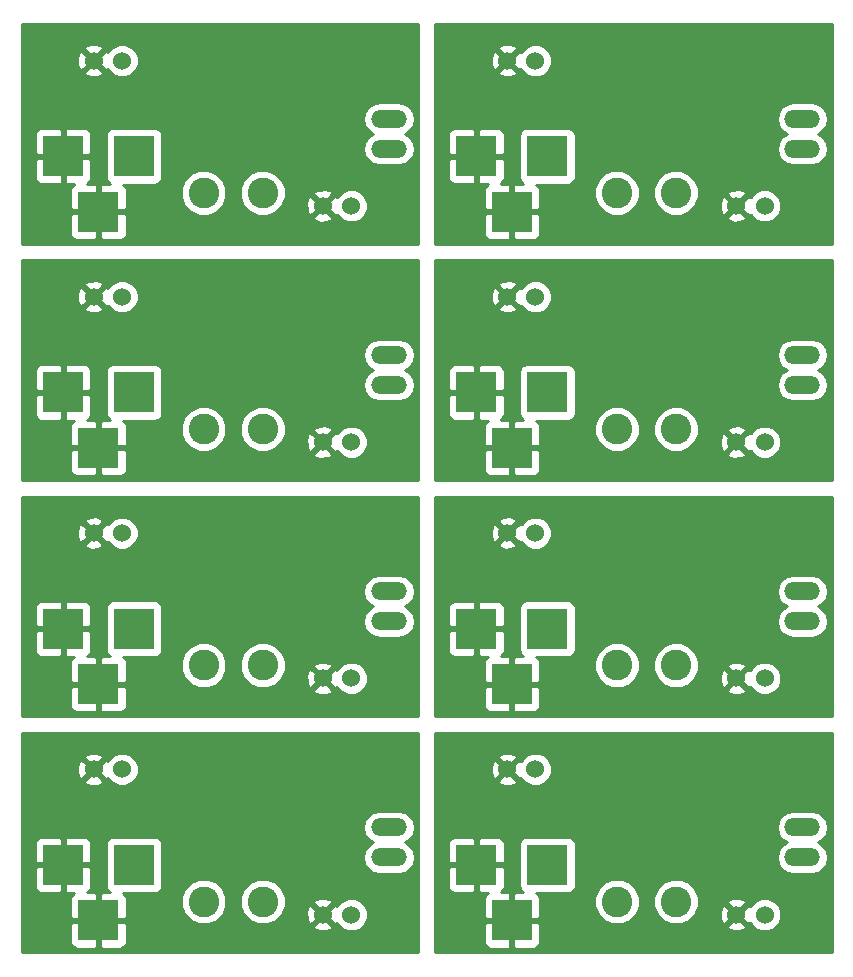
<source format=gbl>
G04 #@! TF.FileFunction,Copper,L2,Bot,Signal*
%FSLAX46Y46*%
G04 Gerber Fmt 4.6, Leading zero omitted, Abs format (unit mm)*
G04 Created by KiCad (PCBNEW 4.0.7-e2-6376~58~ubuntu14.04.1) date Wed Feb  7 09:15:08 2018*
%MOMM*%
%LPD*%
G01*
G04 APERTURE LIST*
%ADD10C,0.100000*%
%ADD11C,1.500000*%
%ADD12R,3.500120X3.500120*%
%ADD13O,3.014980X1.506220*%
%ADD14C,2.600000*%
%ADD15C,1.524000*%
%ADD16C,0.254000*%
G04 APERTURE END LIST*
D10*
D11*
X157000000Y-85500000D03*
X126000000Y-85500000D03*
X126000000Y-69500000D03*
D12*
X134200140Y-79400000D03*
X128200660Y-79400000D03*
X131200400Y-84099000D03*
D13*
X155800000Y-78770000D03*
X155800000Y-76230000D03*
D14*
X140100000Y-82500000D03*
X145100000Y-82500000D03*
D11*
X157000000Y-69500000D03*
D15*
X130800000Y-71300000D03*
X133200000Y-71300000D03*
X150200000Y-83600000D03*
X152600000Y-83600000D03*
X150200000Y-63600000D03*
X152600000Y-63600000D03*
X130800000Y-51300000D03*
X133200000Y-51300000D03*
D11*
X157000000Y-49500000D03*
D14*
X140100000Y-62500000D03*
X145100000Y-62500000D03*
D13*
X155800000Y-58770000D03*
X155800000Y-56230000D03*
D12*
X134200140Y-59400000D03*
X128200660Y-59400000D03*
X131200400Y-64099000D03*
D11*
X126000000Y-49500000D03*
X126000000Y-65500000D03*
X157000000Y-65500000D03*
X122000000Y-65500000D03*
X91000000Y-65500000D03*
X91000000Y-49500000D03*
D12*
X99200140Y-59400000D03*
X93200660Y-59400000D03*
X96200400Y-64099000D03*
D13*
X120800000Y-58770000D03*
X120800000Y-56230000D03*
D14*
X105100000Y-62500000D03*
X110100000Y-62500000D03*
D11*
X122000000Y-49500000D03*
D15*
X95800000Y-51300000D03*
X98200000Y-51300000D03*
X115200000Y-63600000D03*
X117600000Y-63600000D03*
X115200000Y-83600000D03*
X117600000Y-83600000D03*
X95800000Y-71300000D03*
X98200000Y-71300000D03*
D11*
X122000000Y-69500000D03*
D14*
X105100000Y-82500000D03*
X110100000Y-82500000D03*
D13*
X120800000Y-78770000D03*
X120800000Y-76230000D03*
D12*
X99200140Y-79400000D03*
X93200660Y-79400000D03*
X96200400Y-84099000D03*
D11*
X91000000Y-69500000D03*
X91000000Y-85500000D03*
X122000000Y-85500000D03*
X122000000Y-125500000D03*
X91000000Y-125500000D03*
X91000000Y-109500000D03*
D12*
X99200140Y-119400000D03*
X93200660Y-119400000D03*
X96200400Y-124099000D03*
D13*
X120800000Y-118770000D03*
X120800000Y-116230000D03*
D14*
X105100000Y-122500000D03*
X110100000Y-122500000D03*
D11*
X122000000Y-109500000D03*
D15*
X95800000Y-111300000D03*
X98200000Y-111300000D03*
X115200000Y-123600000D03*
X117600000Y-123600000D03*
X115200000Y-103600000D03*
X117600000Y-103600000D03*
X95800000Y-91300000D03*
X98200000Y-91300000D03*
D11*
X122000000Y-89500000D03*
D14*
X105100000Y-102500000D03*
X110100000Y-102500000D03*
D13*
X120800000Y-98770000D03*
X120800000Y-96230000D03*
D12*
X99200140Y-99400000D03*
X93200660Y-99400000D03*
X96200400Y-104099000D03*
D11*
X91000000Y-89500000D03*
X91000000Y-105500000D03*
X122000000Y-105500000D03*
X157000000Y-105500000D03*
X126000000Y-105500000D03*
X126000000Y-89500000D03*
D12*
X134200140Y-99400000D03*
X128200660Y-99400000D03*
X131200400Y-104099000D03*
D13*
X155800000Y-98770000D03*
X155800000Y-96230000D03*
D14*
X140100000Y-102500000D03*
X145100000Y-102500000D03*
D11*
X157000000Y-89500000D03*
D15*
X130800000Y-91300000D03*
X133200000Y-91300000D03*
X150200000Y-103600000D03*
X152600000Y-103600000D03*
X150200000Y-123600000D03*
X152600000Y-123600000D03*
X130800000Y-111300000D03*
X133200000Y-111300000D03*
D11*
X157000000Y-109500000D03*
D14*
X140100000Y-122500000D03*
X145100000Y-122500000D03*
D13*
X155800000Y-118770000D03*
X155800000Y-116230000D03*
D12*
X134200140Y-119400000D03*
X128200660Y-119400000D03*
X131200400Y-124099000D03*
D11*
X126000000Y-109500000D03*
X126000000Y-125500000D03*
X157000000Y-125500000D03*
D16*
G36*
X158290000Y-126790000D02*
X124710000Y-126790000D01*
X124710000Y-124384750D01*
X128815340Y-124384750D01*
X128815340Y-125975370D01*
X128912013Y-126208759D01*
X129090642Y-126387387D01*
X129324031Y-126484060D01*
X130914650Y-126484060D01*
X131073400Y-126325310D01*
X131073400Y-124226000D01*
X131327400Y-124226000D01*
X131327400Y-126325310D01*
X131486150Y-126484060D01*
X133076769Y-126484060D01*
X133310158Y-126387387D01*
X133488787Y-126208759D01*
X133585460Y-125975370D01*
X133585460Y-124580213D01*
X149399392Y-124580213D01*
X149468857Y-124822397D01*
X149992302Y-125009144D01*
X150547368Y-124981362D01*
X150931143Y-124822397D01*
X151000608Y-124580213D01*
X150200000Y-123779605D01*
X149399392Y-124580213D01*
X133585460Y-124580213D01*
X133585460Y-124384750D01*
X133426710Y-124226000D01*
X131327400Y-124226000D01*
X131073400Y-124226000D01*
X128974090Y-124226000D01*
X128815340Y-124384750D01*
X124710000Y-124384750D01*
X124710000Y-119685750D01*
X125815600Y-119685750D01*
X125815600Y-121276370D01*
X125912273Y-121509759D01*
X126090902Y-121688387D01*
X126324291Y-121785060D01*
X127914910Y-121785060D01*
X128073660Y-121626310D01*
X128073660Y-119527000D01*
X128327660Y-119527000D01*
X128327660Y-121626310D01*
X128486410Y-121785060D01*
X129152332Y-121785060D01*
X129090642Y-121810613D01*
X128912013Y-121989241D01*
X128815340Y-122222630D01*
X128815340Y-123813250D01*
X128974090Y-123972000D01*
X131073400Y-123972000D01*
X131073400Y-121872690D01*
X131327400Y-121872690D01*
X131327400Y-123972000D01*
X133426710Y-123972000D01*
X133585460Y-123813250D01*
X133585460Y-122883207D01*
X138164665Y-122883207D01*
X138458630Y-123594658D01*
X139002479Y-124139457D01*
X139713416Y-124434663D01*
X140483207Y-124435335D01*
X141194658Y-124141370D01*
X141739457Y-123597521D01*
X142034663Y-122886584D01*
X142034665Y-122883207D01*
X143164665Y-122883207D01*
X143458630Y-123594658D01*
X144002479Y-124139457D01*
X144713416Y-124434663D01*
X145483207Y-124435335D01*
X146194658Y-124141370D01*
X146739457Y-123597521D01*
X146824671Y-123392302D01*
X148790856Y-123392302D01*
X148818638Y-123947368D01*
X148977603Y-124331143D01*
X149219787Y-124400608D01*
X150020395Y-123600000D01*
X150379605Y-123600000D01*
X151180213Y-124400608D01*
X151393921Y-124339311D01*
X151414990Y-124390303D01*
X151807630Y-124783629D01*
X152320900Y-124996757D01*
X152876661Y-124997242D01*
X153390303Y-124785010D01*
X153783629Y-124392370D01*
X153996757Y-123879100D01*
X153997242Y-123323339D01*
X153785010Y-122809697D01*
X153392370Y-122416371D01*
X152879100Y-122203243D01*
X152323339Y-122202758D01*
X151809697Y-122414990D01*
X151416371Y-122807630D01*
X151394294Y-122860796D01*
X151180213Y-122799392D01*
X150379605Y-123600000D01*
X150020395Y-123600000D01*
X149219787Y-122799392D01*
X148977603Y-122868857D01*
X148790856Y-123392302D01*
X146824671Y-123392302D01*
X147034663Y-122886584D01*
X147034895Y-122619787D01*
X149399392Y-122619787D01*
X150200000Y-123420395D01*
X151000608Y-122619787D01*
X150931143Y-122377603D01*
X150407698Y-122190856D01*
X149852632Y-122218638D01*
X149468857Y-122377603D01*
X149399392Y-122619787D01*
X147034895Y-122619787D01*
X147035335Y-122116793D01*
X146741370Y-121405342D01*
X146197521Y-120860543D01*
X145486584Y-120565337D01*
X144716793Y-120564665D01*
X144005342Y-120858630D01*
X143460543Y-121402479D01*
X143165337Y-122113416D01*
X143164665Y-122883207D01*
X142034665Y-122883207D01*
X142035335Y-122116793D01*
X141741370Y-121405342D01*
X141197521Y-120860543D01*
X140486584Y-120565337D01*
X139716793Y-120564665D01*
X139005342Y-120858630D01*
X138460543Y-121402479D01*
X138165337Y-122113416D01*
X138164665Y-122883207D01*
X133585460Y-122883207D01*
X133585460Y-122222630D01*
X133488787Y-121989241D01*
X133310158Y-121810613D01*
X133278500Y-121797500D01*
X135950200Y-121797500D01*
X136185517Y-121753222D01*
X136401641Y-121614150D01*
X136546631Y-121401950D01*
X136597640Y-121150060D01*
X136597640Y-117649940D01*
X136553362Y-117414623D01*
X136414290Y-117198499D01*
X136202090Y-117053509D01*
X135950200Y-117002500D01*
X132450080Y-117002500D01*
X132214763Y-117046778D01*
X131998639Y-117185850D01*
X131853649Y-117398050D01*
X131802640Y-117649940D01*
X131802640Y-121150060D01*
X131846918Y-121385377D01*
X131985990Y-121601501D01*
X132150550Y-121713940D01*
X131486150Y-121713940D01*
X131327400Y-121872690D01*
X131073400Y-121872690D01*
X130914650Y-121713940D01*
X130248728Y-121713940D01*
X130310418Y-121688387D01*
X130489047Y-121509759D01*
X130585720Y-121276370D01*
X130585720Y-119685750D01*
X130426970Y-119527000D01*
X128327660Y-119527000D01*
X128073660Y-119527000D01*
X125974350Y-119527000D01*
X125815600Y-119685750D01*
X124710000Y-119685750D01*
X124710000Y-117523630D01*
X125815600Y-117523630D01*
X125815600Y-119114250D01*
X125974350Y-119273000D01*
X128073660Y-119273000D01*
X128073660Y-117173690D01*
X128327660Y-117173690D01*
X128327660Y-119273000D01*
X130426970Y-119273000D01*
X130585720Y-119114250D01*
X130585720Y-117523630D01*
X130489047Y-117290241D01*
X130310418Y-117111613D01*
X130077029Y-117014940D01*
X128486410Y-117014940D01*
X128327660Y-117173690D01*
X128073660Y-117173690D01*
X127914910Y-117014940D01*
X126324291Y-117014940D01*
X126090902Y-117111613D01*
X125912273Y-117290241D01*
X125815600Y-117523630D01*
X124710000Y-117523630D01*
X124710000Y-116230000D01*
X153615536Y-116230000D01*
X153721200Y-116761207D01*
X154022104Y-117211542D01*
X154453812Y-117500000D01*
X154022104Y-117788458D01*
X153721200Y-118238793D01*
X153615536Y-118770000D01*
X153721200Y-119301207D01*
X154022104Y-119751542D01*
X154472439Y-120052446D01*
X155003646Y-120158110D01*
X156596354Y-120158110D01*
X157127561Y-120052446D01*
X157577896Y-119751542D01*
X157878800Y-119301207D01*
X157984464Y-118770000D01*
X157878800Y-118238793D01*
X157577896Y-117788458D01*
X157146188Y-117500000D01*
X157577896Y-117211542D01*
X157878800Y-116761207D01*
X157984464Y-116230000D01*
X157878800Y-115698793D01*
X157577896Y-115248458D01*
X157127561Y-114947554D01*
X156596354Y-114841890D01*
X155003646Y-114841890D01*
X154472439Y-114947554D01*
X154022104Y-115248458D01*
X153721200Y-115698793D01*
X153615536Y-116230000D01*
X124710000Y-116230000D01*
X124710000Y-112280213D01*
X129999392Y-112280213D01*
X130068857Y-112522397D01*
X130592302Y-112709144D01*
X131147368Y-112681362D01*
X131531143Y-112522397D01*
X131600608Y-112280213D01*
X130800000Y-111479605D01*
X129999392Y-112280213D01*
X124710000Y-112280213D01*
X124710000Y-111092302D01*
X129390856Y-111092302D01*
X129418638Y-111647368D01*
X129577603Y-112031143D01*
X129819787Y-112100608D01*
X130620395Y-111300000D01*
X130979605Y-111300000D01*
X131780213Y-112100608D01*
X131993921Y-112039311D01*
X132014990Y-112090303D01*
X132407630Y-112483629D01*
X132920900Y-112696757D01*
X133476661Y-112697242D01*
X133990303Y-112485010D01*
X134383629Y-112092370D01*
X134596757Y-111579100D01*
X134597242Y-111023339D01*
X134385010Y-110509697D01*
X133992370Y-110116371D01*
X133479100Y-109903243D01*
X132923339Y-109902758D01*
X132409697Y-110114990D01*
X132016371Y-110507630D01*
X131994294Y-110560796D01*
X131780213Y-110499392D01*
X130979605Y-111300000D01*
X130620395Y-111300000D01*
X129819787Y-110499392D01*
X129577603Y-110568857D01*
X129390856Y-111092302D01*
X124710000Y-111092302D01*
X124710000Y-110319787D01*
X129999392Y-110319787D01*
X130800000Y-111120395D01*
X131600608Y-110319787D01*
X131531143Y-110077603D01*
X131007698Y-109890856D01*
X130452632Y-109918638D01*
X130068857Y-110077603D01*
X129999392Y-110319787D01*
X124710000Y-110319787D01*
X124710000Y-108210000D01*
X158290000Y-108210000D01*
X158290000Y-126790000D01*
X158290000Y-126790000D01*
G37*
X158290000Y-126790000D02*
X124710000Y-126790000D01*
X124710000Y-124384750D01*
X128815340Y-124384750D01*
X128815340Y-125975370D01*
X128912013Y-126208759D01*
X129090642Y-126387387D01*
X129324031Y-126484060D01*
X130914650Y-126484060D01*
X131073400Y-126325310D01*
X131073400Y-124226000D01*
X131327400Y-124226000D01*
X131327400Y-126325310D01*
X131486150Y-126484060D01*
X133076769Y-126484060D01*
X133310158Y-126387387D01*
X133488787Y-126208759D01*
X133585460Y-125975370D01*
X133585460Y-124580213D01*
X149399392Y-124580213D01*
X149468857Y-124822397D01*
X149992302Y-125009144D01*
X150547368Y-124981362D01*
X150931143Y-124822397D01*
X151000608Y-124580213D01*
X150200000Y-123779605D01*
X149399392Y-124580213D01*
X133585460Y-124580213D01*
X133585460Y-124384750D01*
X133426710Y-124226000D01*
X131327400Y-124226000D01*
X131073400Y-124226000D01*
X128974090Y-124226000D01*
X128815340Y-124384750D01*
X124710000Y-124384750D01*
X124710000Y-119685750D01*
X125815600Y-119685750D01*
X125815600Y-121276370D01*
X125912273Y-121509759D01*
X126090902Y-121688387D01*
X126324291Y-121785060D01*
X127914910Y-121785060D01*
X128073660Y-121626310D01*
X128073660Y-119527000D01*
X128327660Y-119527000D01*
X128327660Y-121626310D01*
X128486410Y-121785060D01*
X129152332Y-121785060D01*
X129090642Y-121810613D01*
X128912013Y-121989241D01*
X128815340Y-122222630D01*
X128815340Y-123813250D01*
X128974090Y-123972000D01*
X131073400Y-123972000D01*
X131073400Y-121872690D01*
X131327400Y-121872690D01*
X131327400Y-123972000D01*
X133426710Y-123972000D01*
X133585460Y-123813250D01*
X133585460Y-122883207D01*
X138164665Y-122883207D01*
X138458630Y-123594658D01*
X139002479Y-124139457D01*
X139713416Y-124434663D01*
X140483207Y-124435335D01*
X141194658Y-124141370D01*
X141739457Y-123597521D01*
X142034663Y-122886584D01*
X142034665Y-122883207D01*
X143164665Y-122883207D01*
X143458630Y-123594658D01*
X144002479Y-124139457D01*
X144713416Y-124434663D01*
X145483207Y-124435335D01*
X146194658Y-124141370D01*
X146739457Y-123597521D01*
X146824671Y-123392302D01*
X148790856Y-123392302D01*
X148818638Y-123947368D01*
X148977603Y-124331143D01*
X149219787Y-124400608D01*
X150020395Y-123600000D01*
X150379605Y-123600000D01*
X151180213Y-124400608D01*
X151393921Y-124339311D01*
X151414990Y-124390303D01*
X151807630Y-124783629D01*
X152320900Y-124996757D01*
X152876661Y-124997242D01*
X153390303Y-124785010D01*
X153783629Y-124392370D01*
X153996757Y-123879100D01*
X153997242Y-123323339D01*
X153785010Y-122809697D01*
X153392370Y-122416371D01*
X152879100Y-122203243D01*
X152323339Y-122202758D01*
X151809697Y-122414990D01*
X151416371Y-122807630D01*
X151394294Y-122860796D01*
X151180213Y-122799392D01*
X150379605Y-123600000D01*
X150020395Y-123600000D01*
X149219787Y-122799392D01*
X148977603Y-122868857D01*
X148790856Y-123392302D01*
X146824671Y-123392302D01*
X147034663Y-122886584D01*
X147034895Y-122619787D01*
X149399392Y-122619787D01*
X150200000Y-123420395D01*
X151000608Y-122619787D01*
X150931143Y-122377603D01*
X150407698Y-122190856D01*
X149852632Y-122218638D01*
X149468857Y-122377603D01*
X149399392Y-122619787D01*
X147034895Y-122619787D01*
X147035335Y-122116793D01*
X146741370Y-121405342D01*
X146197521Y-120860543D01*
X145486584Y-120565337D01*
X144716793Y-120564665D01*
X144005342Y-120858630D01*
X143460543Y-121402479D01*
X143165337Y-122113416D01*
X143164665Y-122883207D01*
X142034665Y-122883207D01*
X142035335Y-122116793D01*
X141741370Y-121405342D01*
X141197521Y-120860543D01*
X140486584Y-120565337D01*
X139716793Y-120564665D01*
X139005342Y-120858630D01*
X138460543Y-121402479D01*
X138165337Y-122113416D01*
X138164665Y-122883207D01*
X133585460Y-122883207D01*
X133585460Y-122222630D01*
X133488787Y-121989241D01*
X133310158Y-121810613D01*
X133278500Y-121797500D01*
X135950200Y-121797500D01*
X136185517Y-121753222D01*
X136401641Y-121614150D01*
X136546631Y-121401950D01*
X136597640Y-121150060D01*
X136597640Y-117649940D01*
X136553362Y-117414623D01*
X136414290Y-117198499D01*
X136202090Y-117053509D01*
X135950200Y-117002500D01*
X132450080Y-117002500D01*
X132214763Y-117046778D01*
X131998639Y-117185850D01*
X131853649Y-117398050D01*
X131802640Y-117649940D01*
X131802640Y-121150060D01*
X131846918Y-121385377D01*
X131985990Y-121601501D01*
X132150550Y-121713940D01*
X131486150Y-121713940D01*
X131327400Y-121872690D01*
X131073400Y-121872690D01*
X130914650Y-121713940D01*
X130248728Y-121713940D01*
X130310418Y-121688387D01*
X130489047Y-121509759D01*
X130585720Y-121276370D01*
X130585720Y-119685750D01*
X130426970Y-119527000D01*
X128327660Y-119527000D01*
X128073660Y-119527000D01*
X125974350Y-119527000D01*
X125815600Y-119685750D01*
X124710000Y-119685750D01*
X124710000Y-117523630D01*
X125815600Y-117523630D01*
X125815600Y-119114250D01*
X125974350Y-119273000D01*
X128073660Y-119273000D01*
X128073660Y-117173690D01*
X128327660Y-117173690D01*
X128327660Y-119273000D01*
X130426970Y-119273000D01*
X130585720Y-119114250D01*
X130585720Y-117523630D01*
X130489047Y-117290241D01*
X130310418Y-117111613D01*
X130077029Y-117014940D01*
X128486410Y-117014940D01*
X128327660Y-117173690D01*
X128073660Y-117173690D01*
X127914910Y-117014940D01*
X126324291Y-117014940D01*
X126090902Y-117111613D01*
X125912273Y-117290241D01*
X125815600Y-117523630D01*
X124710000Y-117523630D01*
X124710000Y-116230000D01*
X153615536Y-116230000D01*
X153721200Y-116761207D01*
X154022104Y-117211542D01*
X154453812Y-117500000D01*
X154022104Y-117788458D01*
X153721200Y-118238793D01*
X153615536Y-118770000D01*
X153721200Y-119301207D01*
X154022104Y-119751542D01*
X154472439Y-120052446D01*
X155003646Y-120158110D01*
X156596354Y-120158110D01*
X157127561Y-120052446D01*
X157577896Y-119751542D01*
X157878800Y-119301207D01*
X157984464Y-118770000D01*
X157878800Y-118238793D01*
X157577896Y-117788458D01*
X157146188Y-117500000D01*
X157577896Y-117211542D01*
X157878800Y-116761207D01*
X157984464Y-116230000D01*
X157878800Y-115698793D01*
X157577896Y-115248458D01*
X157127561Y-114947554D01*
X156596354Y-114841890D01*
X155003646Y-114841890D01*
X154472439Y-114947554D01*
X154022104Y-115248458D01*
X153721200Y-115698793D01*
X153615536Y-116230000D01*
X124710000Y-116230000D01*
X124710000Y-112280213D01*
X129999392Y-112280213D01*
X130068857Y-112522397D01*
X130592302Y-112709144D01*
X131147368Y-112681362D01*
X131531143Y-112522397D01*
X131600608Y-112280213D01*
X130800000Y-111479605D01*
X129999392Y-112280213D01*
X124710000Y-112280213D01*
X124710000Y-111092302D01*
X129390856Y-111092302D01*
X129418638Y-111647368D01*
X129577603Y-112031143D01*
X129819787Y-112100608D01*
X130620395Y-111300000D01*
X130979605Y-111300000D01*
X131780213Y-112100608D01*
X131993921Y-112039311D01*
X132014990Y-112090303D01*
X132407630Y-112483629D01*
X132920900Y-112696757D01*
X133476661Y-112697242D01*
X133990303Y-112485010D01*
X134383629Y-112092370D01*
X134596757Y-111579100D01*
X134597242Y-111023339D01*
X134385010Y-110509697D01*
X133992370Y-110116371D01*
X133479100Y-109903243D01*
X132923339Y-109902758D01*
X132409697Y-110114990D01*
X132016371Y-110507630D01*
X131994294Y-110560796D01*
X131780213Y-110499392D01*
X130979605Y-111300000D01*
X130620395Y-111300000D01*
X129819787Y-110499392D01*
X129577603Y-110568857D01*
X129390856Y-111092302D01*
X124710000Y-111092302D01*
X124710000Y-110319787D01*
X129999392Y-110319787D01*
X130800000Y-111120395D01*
X131600608Y-110319787D01*
X131531143Y-110077603D01*
X131007698Y-109890856D01*
X130452632Y-109918638D01*
X130068857Y-110077603D01*
X129999392Y-110319787D01*
X124710000Y-110319787D01*
X124710000Y-108210000D01*
X158290000Y-108210000D01*
X158290000Y-126790000D01*
G36*
X158290000Y-106790000D02*
X124710000Y-106790000D01*
X124710000Y-104384750D01*
X128815340Y-104384750D01*
X128815340Y-105975370D01*
X128912013Y-106208759D01*
X129090642Y-106387387D01*
X129324031Y-106484060D01*
X130914650Y-106484060D01*
X131073400Y-106325310D01*
X131073400Y-104226000D01*
X131327400Y-104226000D01*
X131327400Y-106325310D01*
X131486150Y-106484060D01*
X133076769Y-106484060D01*
X133310158Y-106387387D01*
X133488787Y-106208759D01*
X133585460Y-105975370D01*
X133585460Y-104580213D01*
X149399392Y-104580213D01*
X149468857Y-104822397D01*
X149992302Y-105009144D01*
X150547368Y-104981362D01*
X150931143Y-104822397D01*
X151000608Y-104580213D01*
X150200000Y-103779605D01*
X149399392Y-104580213D01*
X133585460Y-104580213D01*
X133585460Y-104384750D01*
X133426710Y-104226000D01*
X131327400Y-104226000D01*
X131073400Y-104226000D01*
X128974090Y-104226000D01*
X128815340Y-104384750D01*
X124710000Y-104384750D01*
X124710000Y-99685750D01*
X125815600Y-99685750D01*
X125815600Y-101276370D01*
X125912273Y-101509759D01*
X126090902Y-101688387D01*
X126324291Y-101785060D01*
X127914910Y-101785060D01*
X128073660Y-101626310D01*
X128073660Y-99527000D01*
X128327660Y-99527000D01*
X128327660Y-101626310D01*
X128486410Y-101785060D01*
X129152332Y-101785060D01*
X129090642Y-101810613D01*
X128912013Y-101989241D01*
X128815340Y-102222630D01*
X128815340Y-103813250D01*
X128974090Y-103972000D01*
X131073400Y-103972000D01*
X131073400Y-101872690D01*
X131327400Y-101872690D01*
X131327400Y-103972000D01*
X133426710Y-103972000D01*
X133585460Y-103813250D01*
X133585460Y-102883207D01*
X138164665Y-102883207D01*
X138458630Y-103594658D01*
X139002479Y-104139457D01*
X139713416Y-104434663D01*
X140483207Y-104435335D01*
X141194658Y-104141370D01*
X141739457Y-103597521D01*
X142034663Y-102886584D01*
X142034665Y-102883207D01*
X143164665Y-102883207D01*
X143458630Y-103594658D01*
X144002479Y-104139457D01*
X144713416Y-104434663D01*
X145483207Y-104435335D01*
X146194658Y-104141370D01*
X146739457Y-103597521D01*
X146824671Y-103392302D01*
X148790856Y-103392302D01*
X148818638Y-103947368D01*
X148977603Y-104331143D01*
X149219787Y-104400608D01*
X150020395Y-103600000D01*
X150379605Y-103600000D01*
X151180213Y-104400608D01*
X151393921Y-104339311D01*
X151414990Y-104390303D01*
X151807630Y-104783629D01*
X152320900Y-104996757D01*
X152876661Y-104997242D01*
X153390303Y-104785010D01*
X153783629Y-104392370D01*
X153996757Y-103879100D01*
X153997242Y-103323339D01*
X153785010Y-102809697D01*
X153392370Y-102416371D01*
X152879100Y-102203243D01*
X152323339Y-102202758D01*
X151809697Y-102414990D01*
X151416371Y-102807630D01*
X151394294Y-102860796D01*
X151180213Y-102799392D01*
X150379605Y-103600000D01*
X150020395Y-103600000D01*
X149219787Y-102799392D01*
X148977603Y-102868857D01*
X148790856Y-103392302D01*
X146824671Y-103392302D01*
X147034663Y-102886584D01*
X147034895Y-102619787D01*
X149399392Y-102619787D01*
X150200000Y-103420395D01*
X151000608Y-102619787D01*
X150931143Y-102377603D01*
X150407698Y-102190856D01*
X149852632Y-102218638D01*
X149468857Y-102377603D01*
X149399392Y-102619787D01*
X147034895Y-102619787D01*
X147035335Y-102116793D01*
X146741370Y-101405342D01*
X146197521Y-100860543D01*
X145486584Y-100565337D01*
X144716793Y-100564665D01*
X144005342Y-100858630D01*
X143460543Y-101402479D01*
X143165337Y-102113416D01*
X143164665Y-102883207D01*
X142034665Y-102883207D01*
X142035335Y-102116793D01*
X141741370Y-101405342D01*
X141197521Y-100860543D01*
X140486584Y-100565337D01*
X139716793Y-100564665D01*
X139005342Y-100858630D01*
X138460543Y-101402479D01*
X138165337Y-102113416D01*
X138164665Y-102883207D01*
X133585460Y-102883207D01*
X133585460Y-102222630D01*
X133488787Y-101989241D01*
X133310158Y-101810613D01*
X133278500Y-101797500D01*
X135950200Y-101797500D01*
X136185517Y-101753222D01*
X136401641Y-101614150D01*
X136546631Y-101401950D01*
X136597640Y-101150060D01*
X136597640Y-97649940D01*
X136553362Y-97414623D01*
X136414290Y-97198499D01*
X136202090Y-97053509D01*
X135950200Y-97002500D01*
X132450080Y-97002500D01*
X132214763Y-97046778D01*
X131998639Y-97185850D01*
X131853649Y-97398050D01*
X131802640Y-97649940D01*
X131802640Y-101150060D01*
X131846918Y-101385377D01*
X131985990Y-101601501D01*
X132150550Y-101713940D01*
X131486150Y-101713940D01*
X131327400Y-101872690D01*
X131073400Y-101872690D01*
X130914650Y-101713940D01*
X130248728Y-101713940D01*
X130310418Y-101688387D01*
X130489047Y-101509759D01*
X130585720Y-101276370D01*
X130585720Y-99685750D01*
X130426970Y-99527000D01*
X128327660Y-99527000D01*
X128073660Y-99527000D01*
X125974350Y-99527000D01*
X125815600Y-99685750D01*
X124710000Y-99685750D01*
X124710000Y-97523630D01*
X125815600Y-97523630D01*
X125815600Y-99114250D01*
X125974350Y-99273000D01*
X128073660Y-99273000D01*
X128073660Y-97173690D01*
X128327660Y-97173690D01*
X128327660Y-99273000D01*
X130426970Y-99273000D01*
X130585720Y-99114250D01*
X130585720Y-97523630D01*
X130489047Y-97290241D01*
X130310418Y-97111613D01*
X130077029Y-97014940D01*
X128486410Y-97014940D01*
X128327660Y-97173690D01*
X128073660Y-97173690D01*
X127914910Y-97014940D01*
X126324291Y-97014940D01*
X126090902Y-97111613D01*
X125912273Y-97290241D01*
X125815600Y-97523630D01*
X124710000Y-97523630D01*
X124710000Y-96230000D01*
X153615536Y-96230000D01*
X153721200Y-96761207D01*
X154022104Y-97211542D01*
X154453812Y-97500000D01*
X154022104Y-97788458D01*
X153721200Y-98238793D01*
X153615536Y-98770000D01*
X153721200Y-99301207D01*
X154022104Y-99751542D01*
X154472439Y-100052446D01*
X155003646Y-100158110D01*
X156596354Y-100158110D01*
X157127561Y-100052446D01*
X157577896Y-99751542D01*
X157878800Y-99301207D01*
X157984464Y-98770000D01*
X157878800Y-98238793D01*
X157577896Y-97788458D01*
X157146188Y-97500000D01*
X157577896Y-97211542D01*
X157878800Y-96761207D01*
X157984464Y-96230000D01*
X157878800Y-95698793D01*
X157577896Y-95248458D01*
X157127561Y-94947554D01*
X156596354Y-94841890D01*
X155003646Y-94841890D01*
X154472439Y-94947554D01*
X154022104Y-95248458D01*
X153721200Y-95698793D01*
X153615536Y-96230000D01*
X124710000Y-96230000D01*
X124710000Y-92280213D01*
X129999392Y-92280213D01*
X130068857Y-92522397D01*
X130592302Y-92709144D01*
X131147368Y-92681362D01*
X131531143Y-92522397D01*
X131600608Y-92280213D01*
X130800000Y-91479605D01*
X129999392Y-92280213D01*
X124710000Y-92280213D01*
X124710000Y-91092302D01*
X129390856Y-91092302D01*
X129418638Y-91647368D01*
X129577603Y-92031143D01*
X129819787Y-92100608D01*
X130620395Y-91300000D01*
X130979605Y-91300000D01*
X131780213Y-92100608D01*
X131993921Y-92039311D01*
X132014990Y-92090303D01*
X132407630Y-92483629D01*
X132920900Y-92696757D01*
X133476661Y-92697242D01*
X133990303Y-92485010D01*
X134383629Y-92092370D01*
X134596757Y-91579100D01*
X134597242Y-91023339D01*
X134385010Y-90509697D01*
X133992370Y-90116371D01*
X133479100Y-89903243D01*
X132923339Y-89902758D01*
X132409697Y-90114990D01*
X132016371Y-90507630D01*
X131994294Y-90560796D01*
X131780213Y-90499392D01*
X130979605Y-91300000D01*
X130620395Y-91300000D01*
X129819787Y-90499392D01*
X129577603Y-90568857D01*
X129390856Y-91092302D01*
X124710000Y-91092302D01*
X124710000Y-90319787D01*
X129999392Y-90319787D01*
X130800000Y-91120395D01*
X131600608Y-90319787D01*
X131531143Y-90077603D01*
X131007698Y-89890856D01*
X130452632Y-89918638D01*
X130068857Y-90077603D01*
X129999392Y-90319787D01*
X124710000Y-90319787D01*
X124710000Y-88210000D01*
X158290000Y-88210000D01*
X158290000Y-106790000D01*
X158290000Y-106790000D01*
G37*
X158290000Y-106790000D02*
X124710000Y-106790000D01*
X124710000Y-104384750D01*
X128815340Y-104384750D01*
X128815340Y-105975370D01*
X128912013Y-106208759D01*
X129090642Y-106387387D01*
X129324031Y-106484060D01*
X130914650Y-106484060D01*
X131073400Y-106325310D01*
X131073400Y-104226000D01*
X131327400Y-104226000D01*
X131327400Y-106325310D01*
X131486150Y-106484060D01*
X133076769Y-106484060D01*
X133310158Y-106387387D01*
X133488787Y-106208759D01*
X133585460Y-105975370D01*
X133585460Y-104580213D01*
X149399392Y-104580213D01*
X149468857Y-104822397D01*
X149992302Y-105009144D01*
X150547368Y-104981362D01*
X150931143Y-104822397D01*
X151000608Y-104580213D01*
X150200000Y-103779605D01*
X149399392Y-104580213D01*
X133585460Y-104580213D01*
X133585460Y-104384750D01*
X133426710Y-104226000D01*
X131327400Y-104226000D01*
X131073400Y-104226000D01*
X128974090Y-104226000D01*
X128815340Y-104384750D01*
X124710000Y-104384750D01*
X124710000Y-99685750D01*
X125815600Y-99685750D01*
X125815600Y-101276370D01*
X125912273Y-101509759D01*
X126090902Y-101688387D01*
X126324291Y-101785060D01*
X127914910Y-101785060D01*
X128073660Y-101626310D01*
X128073660Y-99527000D01*
X128327660Y-99527000D01*
X128327660Y-101626310D01*
X128486410Y-101785060D01*
X129152332Y-101785060D01*
X129090642Y-101810613D01*
X128912013Y-101989241D01*
X128815340Y-102222630D01*
X128815340Y-103813250D01*
X128974090Y-103972000D01*
X131073400Y-103972000D01*
X131073400Y-101872690D01*
X131327400Y-101872690D01*
X131327400Y-103972000D01*
X133426710Y-103972000D01*
X133585460Y-103813250D01*
X133585460Y-102883207D01*
X138164665Y-102883207D01*
X138458630Y-103594658D01*
X139002479Y-104139457D01*
X139713416Y-104434663D01*
X140483207Y-104435335D01*
X141194658Y-104141370D01*
X141739457Y-103597521D01*
X142034663Y-102886584D01*
X142034665Y-102883207D01*
X143164665Y-102883207D01*
X143458630Y-103594658D01*
X144002479Y-104139457D01*
X144713416Y-104434663D01*
X145483207Y-104435335D01*
X146194658Y-104141370D01*
X146739457Y-103597521D01*
X146824671Y-103392302D01*
X148790856Y-103392302D01*
X148818638Y-103947368D01*
X148977603Y-104331143D01*
X149219787Y-104400608D01*
X150020395Y-103600000D01*
X150379605Y-103600000D01*
X151180213Y-104400608D01*
X151393921Y-104339311D01*
X151414990Y-104390303D01*
X151807630Y-104783629D01*
X152320900Y-104996757D01*
X152876661Y-104997242D01*
X153390303Y-104785010D01*
X153783629Y-104392370D01*
X153996757Y-103879100D01*
X153997242Y-103323339D01*
X153785010Y-102809697D01*
X153392370Y-102416371D01*
X152879100Y-102203243D01*
X152323339Y-102202758D01*
X151809697Y-102414990D01*
X151416371Y-102807630D01*
X151394294Y-102860796D01*
X151180213Y-102799392D01*
X150379605Y-103600000D01*
X150020395Y-103600000D01*
X149219787Y-102799392D01*
X148977603Y-102868857D01*
X148790856Y-103392302D01*
X146824671Y-103392302D01*
X147034663Y-102886584D01*
X147034895Y-102619787D01*
X149399392Y-102619787D01*
X150200000Y-103420395D01*
X151000608Y-102619787D01*
X150931143Y-102377603D01*
X150407698Y-102190856D01*
X149852632Y-102218638D01*
X149468857Y-102377603D01*
X149399392Y-102619787D01*
X147034895Y-102619787D01*
X147035335Y-102116793D01*
X146741370Y-101405342D01*
X146197521Y-100860543D01*
X145486584Y-100565337D01*
X144716793Y-100564665D01*
X144005342Y-100858630D01*
X143460543Y-101402479D01*
X143165337Y-102113416D01*
X143164665Y-102883207D01*
X142034665Y-102883207D01*
X142035335Y-102116793D01*
X141741370Y-101405342D01*
X141197521Y-100860543D01*
X140486584Y-100565337D01*
X139716793Y-100564665D01*
X139005342Y-100858630D01*
X138460543Y-101402479D01*
X138165337Y-102113416D01*
X138164665Y-102883207D01*
X133585460Y-102883207D01*
X133585460Y-102222630D01*
X133488787Y-101989241D01*
X133310158Y-101810613D01*
X133278500Y-101797500D01*
X135950200Y-101797500D01*
X136185517Y-101753222D01*
X136401641Y-101614150D01*
X136546631Y-101401950D01*
X136597640Y-101150060D01*
X136597640Y-97649940D01*
X136553362Y-97414623D01*
X136414290Y-97198499D01*
X136202090Y-97053509D01*
X135950200Y-97002500D01*
X132450080Y-97002500D01*
X132214763Y-97046778D01*
X131998639Y-97185850D01*
X131853649Y-97398050D01*
X131802640Y-97649940D01*
X131802640Y-101150060D01*
X131846918Y-101385377D01*
X131985990Y-101601501D01*
X132150550Y-101713940D01*
X131486150Y-101713940D01*
X131327400Y-101872690D01*
X131073400Y-101872690D01*
X130914650Y-101713940D01*
X130248728Y-101713940D01*
X130310418Y-101688387D01*
X130489047Y-101509759D01*
X130585720Y-101276370D01*
X130585720Y-99685750D01*
X130426970Y-99527000D01*
X128327660Y-99527000D01*
X128073660Y-99527000D01*
X125974350Y-99527000D01*
X125815600Y-99685750D01*
X124710000Y-99685750D01*
X124710000Y-97523630D01*
X125815600Y-97523630D01*
X125815600Y-99114250D01*
X125974350Y-99273000D01*
X128073660Y-99273000D01*
X128073660Y-97173690D01*
X128327660Y-97173690D01*
X128327660Y-99273000D01*
X130426970Y-99273000D01*
X130585720Y-99114250D01*
X130585720Y-97523630D01*
X130489047Y-97290241D01*
X130310418Y-97111613D01*
X130077029Y-97014940D01*
X128486410Y-97014940D01*
X128327660Y-97173690D01*
X128073660Y-97173690D01*
X127914910Y-97014940D01*
X126324291Y-97014940D01*
X126090902Y-97111613D01*
X125912273Y-97290241D01*
X125815600Y-97523630D01*
X124710000Y-97523630D01*
X124710000Y-96230000D01*
X153615536Y-96230000D01*
X153721200Y-96761207D01*
X154022104Y-97211542D01*
X154453812Y-97500000D01*
X154022104Y-97788458D01*
X153721200Y-98238793D01*
X153615536Y-98770000D01*
X153721200Y-99301207D01*
X154022104Y-99751542D01*
X154472439Y-100052446D01*
X155003646Y-100158110D01*
X156596354Y-100158110D01*
X157127561Y-100052446D01*
X157577896Y-99751542D01*
X157878800Y-99301207D01*
X157984464Y-98770000D01*
X157878800Y-98238793D01*
X157577896Y-97788458D01*
X157146188Y-97500000D01*
X157577896Y-97211542D01*
X157878800Y-96761207D01*
X157984464Y-96230000D01*
X157878800Y-95698793D01*
X157577896Y-95248458D01*
X157127561Y-94947554D01*
X156596354Y-94841890D01*
X155003646Y-94841890D01*
X154472439Y-94947554D01*
X154022104Y-95248458D01*
X153721200Y-95698793D01*
X153615536Y-96230000D01*
X124710000Y-96230000D01*
X124710000Y-92280213D01*
X129999392Y-92280213D01*
X130068857Y-92522397D01*
X130592302Y-92709144D01*
X131147368Y-92681362D01*
X131531143Y-92522397D01*
X131600608Y-92280213D01*
X130800000Y-91479605D01*
X129999392Y-92280213D01*
X124710000Y-92280213D01*
X124710000Y-91092302D01*
X129390856Y-91092302D01*
X129418638Y-91647368D01*
X129577603Y-92031143D01*
X129819787Y-92100608D01*
X130620395Y-91300000D01*
X130979605Y-91300000D01*
X131780213Y-92100608D01*
X131993921Y-92039311D01*
X132014990Y-92090303D01*
X132407630Y-92483629D01*
X132920900Y-92696757D01*
X133476661Y-92697242D01*
X133990303Y-92485010D01*
X134383629Y-92092370D01*
X134596757Y-91579100D01*
X134597242Y-91023339D01*
X134385010Y-90509697D01*
X133992370Y-90116371D01*
X133479100Y-89903243D01*
X132923339Y-89902758D01*
X132409697Y-90114990D01*
X132016371Y-90507630D01*
X131994294Y-90560796D01*
X131780213Y-90499392D01*
X130979605Y-91300000D01*
X130620395Y-91300000D01*
X129819787Y-90499392D01*
X129577603Y-90568857D01*
X129390856Y-91092302D01*
X124710000Y-91092302D01*
X124710000Y-90319787D01*
X129999392Y-90319787D01*
X130800000Y-91120395D01*
X131600608Y-90319787D01*
X131531143Y-90077603D01*
X131007698Y-89890856D01*
X130452632Y-89918638D01*
X130068857Y-90077603D01*
X129999392Y-90319787D01*
X124710000Y-90319787D01*
X124710000Y-88210000D01*
X158290000Y-88210000D01*
X158290000Y-106790000D01*
G36*
X123290000Y-126790000D02*
X89710000Y-126790000D01*
X89710000Y-124384750D01*
X93815340Y-124384750D01*
X93815340Y-125975370D01*
X93912013Y-126208759D01*
X94090642Y-126387387D01*
X94324031Y-126484060D01*
X95914650Y-126484060D01*
X96073400Y-126325310D01*
X96073400Y-124226000D01*
X96327400Y-124226000D01*
X96327400Y-126325310D01*
X96486150Y-126484060D01*
X98076769Y-126484060D01*
X98310158Y-126387387D01*
X98488787Y-126208759D01*
X98585460Y-125975370D01*
X98585460Y-124580213D01*
X114399392Y-124580213D01*
X114468857Y-124822397D01*
X114992302Y-125009144D01*
X115547368Y-124981362D01*
X115931143Y-124822397D01*
X116000608Y-124580213D01*
X115200000Y-123779605D01*
X114399392Y-124580213D01*
X98585460Y-124580213D01*
X98585460Y-124384750D01*
X98426710Y-124226000D01*
X96327400Y-124226000D01*
X96073400Y-124226000D01*
X93974090Y-124226000D01*
X93815340Y-124384750D01*
X89710000Y-124384750D01*
X89710000Y-119685750D01*
X90815600Y-119685750D01*
X90815600Y-121276370D01*
X90912273Y-121509759D01*
X91090902Y-121688387D01*
X91324291Y-121785060D01*
X92914910Y-121785060D01*
X93073660Y-121626310D01*
X93073660Y-119527000D01*
X93327660Y-119527000D01*
X93327660Y-121626310D01*
X93486410Y-121785060D01*
X94152332Y-121785060D01*
X94090642Y-121810613D01*
X93912013Y-121989241D01*
X93815340Y-122222630D01*
X93815340Y-123813250D01*
X93974090Y-123972000D01*
X96073400Y-123972000D01*
X96073400Y-121872690D01*
X96327400Y-121872690D01*
X96327400Y-123972000D01*
X98426710Y-123972000D01*
X98585460Y-123813250D01*
X98585460Y-122883207D01*
X103164665Y-122883207D01*
X103458630Y-123594658D01*
X104002479Y-124139457D01*
X104713416Y-124434663D01*
X105483207Y-124435335D01*
X106194658Y-124141370D01*
X106739457Y-123597521D01*
X107034663Y-122886584D01*
X107034665Y-122883207D01*
X108164665Y-122883207D01*
X108458630Y-123594658D01*
X109002479Y-124139457D01*
X109713416Y-124434663D01*
X110483207Y-124435335D01*
X111194658Y-124141370D01*
X111739457Y-123597521D01*
X111824671Y-123392302D01*
X113790856Y-123392302D01*
X113818638Y-123947368D01*
X113977603Y-124331143D01*
X114219787Y-124400608D01*
X115020395Y-123600000D01*
X115379605Y-123600000D01*
X116180213Y-124400608D01*
X116393921Y-124339311D01*
X116414990Y-124390303D01*
X116807630Y-124783629D01*
X117320900Y-124996757D01*
X117876661Y-124997242D01*
X118390303Y-124785010D01*
X118783629Y-124392370D01*
X118996757Y-123879100D01*
X118997242Y-123323339D01*
X118785010Y-122809697D01*
X118392370Y-122416371D01*
X117879100Y-122203243D01*
X117323339Y-122202758D01*
X116809697Y-122414990D01*
X116416371Y-122807630D01*
X116394294Y-122860796D01*
X116180213Y-122799392D01*
X115379605Y-123600000D01*
X115020395Y-123600000D01*
X114219787Y-122799392D01*
X113977603Y-122868857D01*
X113790856Y-123392302D01*
X111824671Y-123392302D01*
X112034663Y-122886584D01*
X112034895Y-122619787D01*
X114399392Y-122619787D01*
X115200000Y-123420395D01*
X116000608Y-122619787D01*
X115931143Y-122377603D01*
X115407698Y-122190856D01*
X114852632Y-122218638D01*
X114468857Y-122377603D01*
X114399392Y-122619787D01*
X112034895Y-122619787D01*
X112035335Y-122116793D01*
X111741370Y-121405342D01*
X111197521Y-120860543D01*
X110486584Y-120565337D01*
X109716793Y-120564665D01*
X109005342Y-120858630D01*
X108460543Y-121402479D01*
X108165337Y-122113416D01*
X108164665Y-122883207D01*
X107034665Y-122883207D01*
X107035335Y-122116793D01*
X106741370Y-121405342D01*
X106197521Y-120860543D01*
X105486584Y-120565337D01*
X104716793Y-120564665D01*
X104005342Y-120858630D01*
X103460543Y-121402479D01*
X103165337Y-122113416D01*
X103164665Y-122883207D01*
X98585460Y-122883207D01*
X98585460Y-122222630D01*
X98488787Y-121989241D01*
X98310158Y-121810613D01*
X98278500Y-121797500D01*
X100950200Y-121797500D01*
X101185517Y-121753222D01*
X101401641Y-121614150D01*
X101546631Y-121401950D01*
X101597640Y-121150060D01*
X101597640Y-117649940D01*
X101553362Y-117414623D01*
X101414290Y-117198499D01*
X101202090Y-117053509D01*
X100950200Y-117002500D01*
X97450080Y-117002500D01*
X97214763Y-117046778D01*
X96998639Y-117185850D01*
X96853649Y-117398050D01*
X96802640Y-117649940D01*
X96802640Y-121150060D01*
X96846918Y-121385377D01*
X96985990Y-121601501D01*
X97150550Y-121713940D01*
X96486150Y-121713940D01*
X96327400Y-121872690D01*
X96073400Y-121872690D01*
X95914650Y-121713940D01*
X95248728Y-121713940D01*
X95310418Y-121688387D01*
X95489047Y-121509759D01*
X95585720Y-121276370D01*
X95585720Y-119685750D01*
X95426970Y-119527000D01*
X93327660Y-119527000D01*
X93073660Y-119527000D01*
X90974350Y-119527000D01*
X90815600Y-119685750D01*
X89710000Y-119685750D01*
X89710000Y-117523630D01*
X90815600Y-117523630D01*
X90815600Y-119114250D01*
X90974350Y-119273000D01*
X93073660Y-119273000D01*
X93073660Y-117173690D01*
X93327660Y-117173690D01*
X93327660Y-119273000D01*
X95426970Y-119273000D01*
X95585720Y-119114250D01*
X95585720Y-117523630D01*
X95489047Y-117290241D01*
X95310418Y-117111613D01*
X95077029Y-117014940D01*
X93486410Y-117014940D01*
X93327660Y-117173690D01*
X93073660Y-117173690D01*
X92914910Y-117014940D01*
X91324291Y-117014940D01*
X91090902Y-117111613D01*
X90912273Y-117290241D01*
X90815600Y-117523630D01*
X89710000Y-117523630D01*
X89710000Y-116230000D01*
X118615536Y-116230000D01*
X118721200Y-116761207D01*
X119022104Y-117211542D01*
X119453812Y-117500000D01*
X119022104Y-117788458D01*
X118721200Y-118238793D01*
X118615536Y-118770000D01*
X118721200Y-119301207D01*
X119022104Y-119751542D01*
X119472439Y-120052446D01*
X120003646Y-120158110D01*
X121596354Y-120158110D01*
X122127561Y-120052446D01*
X122577896Y-119751542D01*
X122878800Y-119301207D01*
X122984464Y-118770000D01*
X122878800Y-118238793D01*
X122577896Y-117788458D01*
X122146188Y-117500000D01*
X122577896Y-117211542D01*
X122878800Y-116761207D01*
X122984464Y-116230000D01*
X122878800Y-115698793D01*
X122577896Y-115248458D01*
X122127561Y-114947554D01*
X121596354Y-114841890D01*
X120003646Y-114841890D01*
X119472439Y-114947554D01*
X119022104Y-115248458D01*
X118721200Y-115698793D01*
X118615536Y-116230000D01*
X89710000Y-116230000D01*
X89710000Y-112280213D01*
X94999392Y-112280213D01*
X95068857Y-112522397D01*
X95592302Y-112709144D01*
X96147368Y-112681362D01*
X96531143Y-112522397D01*
X96600608Y-112280213D01*
X95800000Y-111479605D01*
X94999392Y-112280213D01*
X89710000Y-112280213D01*
X89710000Y-111092302D01*
X94390856Y-111092302D01*
X94418638Y-111647368D01*
X94577603Y-112031143D01*
X94819787Y-112100608D01*
X95620395Y-111300000D01*
X95979605Y-111300000D01*
X96780213Y-112100608D01*
X96993921Y-112039311D01*
X97014990Y-112090303D01*
X97407630Y-112483629D01*
X97920900Y-112696757D01*
X98476661Y-112697242D01*
X98990303Y-112485010D01*
X99383629Y-112092370D01*
X99596757Y-111579100D01*
X99597242Y-111023339D01*
X99385010Y-110509697D01*
X98992370Y-110116371D01*
X98479100Y-109903243D01*
X97923339Y-109902758D01*
X97409697Y-110114990D01*
X97016371Y-110507630D01*
X96994294Y-110560796D01*
X96780213Y-110499392D01*
X95979605Y-111300000D01*
X95620395Y-111300000D01*
X94819787Y-110499392D01*
X94577603Y-110568857D01*
X94390856Y-111092302D01*
X89710000Y-111092302D01*
X89710000Y-110319787D01*
X94999392Y-110319787D01*
X95800000Y-111120395D01*
X96600608Y-110319787D01*
X96531143Y-110077603D01*
X96007698Y-109890856D01*
X95452632Y-109918638D01*
X95068857Y-110077603D01*
X94999392Y-110319787D01*
X89710000Y-110319787D01*
X89710000Y-108210000D01*
X123290000Y-108210000D01*
X123290000Y-126790000D01*
X123290000Y-126790000D01*
G37*
X123290000Y-126790000D02*
X89710000Y-126790000D01*
X89710000Y-124384750D01*
X93815340Y-124384750D01*
X93815340Y-125975370D01*
X93912013Y-126208759D01*
X94090642Y-126387387D01*
X94324031Y-126484060D01*
X95914650Y-126484060D01*
X96073400Y-126325310D01*
X96073400Y-124226000D01*
X96327400Y-124226000D01*
X96327400Y-126325310D01*
X96486150Y-126484060D01*
X98076769Y-126484060D01*
X98310158Y-126387387D01*
X98488787Y-126208759D01*
X98585460Y-125975370D01*
X98585460Y-124580213D01*
X114399392Y-124580213D01*
X114468857Y-124822397D01*
X114992302Y-125009144D01*
X115547368Y-124981362D01*
X115931143Y-124822397D01*
X116000608Y-124580213D01*
X115200000Y-123779605D01*
X114399392Y-124580213D01*
X98585460Y-124580213D01*
X98585460Y-124384750D01*
X98426710Y-124226000D01*
X96327400Y-124226000D01*
X96073400Y-124226000D01*
X93974090Y-124226000D01*
X93815340Y-124384750D01*
X89710000Y-124384750D01*
X89710000Y-119685750D01*
X90815600Y-119685750D01*
X90815600Y-121276370D01*
X90912273Y-121509759D01*
X91090902Y-121688387D01*
X91324291Y-121785060D01*
X92914910Y-121785060D01*
X93073660Y-121626310D01*
X93073660Y-119527000D01*
X93327660Y-119527000D01*
X93327660Y-121626310D01*
X93486410Y-121785060D01*
X94152332Y-121785060D01*
X94090642Y-121810613D01*
X93912013Y-121989241D01*
X93815340Y-122222630D01*
X93815340Y-123813250D01*
X93974090Y-123972000D01*
X96073400Y-123972000D01*
X96073400Y-121872690D01*
X96327400Y-121872690D01*
X96327400Y-123972000D01*
X98426710Y-123972000D01*
X98585460Y-123813250D01*
X98585460Y-122883207D01*
X103164665Y-122883207D01*
X103458630Y-123594658D01*
X104002479Y-124139457D01*
X104713416Y-124434663D01*
X105483207Y-124435335D01*
X106194658Y-124141370D01*
X106739457Y-123597521D01*
X107034663Y-122886584D01*
X107034665Y-122883207D01*
X108164665Y-122883207D01*
X108458630Y-123594658D01*
X109002479Y-124139457D01*
X109713416Y-124434663D01*
X110483207Y-124435335D01*
X111194658Y-124141370D01*
X111739457Y-123597521D01*
X111824671Y-123392302D01*
X113790856Y-123392302D01*
X113818638Y-123947368D01*
X113977603Y-124331143D01*
X114219787Y-124400608D01*
X115020395Y-123600000D01*
X115379605Y-123600000D01*
X116180213Y-124400608D01*
X116393921Y-124339311D01*
X116414990Y-124390303D01*
X116807630Y-124783629D01*
X117320900Y-124996757D01*
X117876661Y-124997242D01*
X118390303Y-124785010D01*
X118783629Y-124392370D01*
X118996757Y-123879100D01*
X118997242Y-123323339D01*
X118785010Y-122809697D01*
X118392370Y-122416371D01*
X117879100Y-122203243D01*
X117323339Y-122202758D01*
X116809697Y-122414990D01*
X116416371Y-122807630D01*
X116394294Y-122860796D01*
X116180213Y-122799392D01*
X115379605Y-123600000D01*
X115020395Y-123600000D01*
X114219787Y-122799392D01*
X113977603Y-122868857D01*
X113790856Y-123392302D01*
X111824671Y-123392302D01*
X112034663Y-122886584D01*
X112034895Y-122619787D01*
X114399392Y-122619787D01*
X115200000Y-123420395D01*
X116000608Y-122619787D01*
X115931143Y-122377603D01*
X115407698Y-122190856D01*
X114852632Y-122218638D01*
X114468857Y-122377603D01*
X114399392Y-122619787D01*
X112034895Y-122619787D01*
X112035335Y-122116793D01*
X111741370Y-121405342D01*
X111197521Y-120860543D01*
X110486584Y-120565337D01*
X109716793Y-120564665D01*
X109005342Y-120858630D01*
X108460543Y-121402479D01*
X108165337Y-122113416D01*
X108164665Y-122883207D01*
X107034665Y-122883207D01*
X107035335Y-122116793D01*
X106741370Y-121405342D01*
X106197521Y-120860543D01*
X105486584Y-120565337D01*
X104716793Y-120564665D01*
X104005342Y-120858630D01*
X103460543Y-121402479D01*
X103165337Y-122113416D01*
X103164665Y-122883207D01*
X98585460Y-122883207D01*
X98585460Y-122222630D01*
X98488787Y-121989241D01*
X98310158Y-121810613D01*
X98278500Y-121797500D01*
X100950200Y-121797500D01*
X101185517Y-121753222D01*
X101401641Y-121614150D01*
X101546631Y-121401950D01*
X101597640Y-121150060D01*
X101597640Y-117649940D01*
X101553362Y-117414623D01*
X101414290Y-117198499D01*
X101202090Y-117053509D01*
X100950200Y-117002500D01*
X97450080Y-117002500D01*
X97214763Y-117046778D01*
X96998639Y-117185850D01*
X96853649Y-117398050D01*
X96802640Y-117649940D01*
X96802640Y-121150060D01*
X96846918Y-121385377D01*
X96985990Y-121601501D01*
X97150550Y-121713940D01*
X96486150Y-121713940D01*
X96327400Y-121872690D01*
X96073400Y-121872690D01*
X95914650Y-121713940D01*
X95248728Y-121713940D01*
X95310418Y-121688387D01*
X95489047Y-121509759D01*
X95585720Y-121276370D01*
X95585720Y-119685750D01*
X95426970Y-119527000D01*
X93327660Y-119527000D01*
X93073660Y-119527000D01*
X90974350Y-119527000D01*
X90815600Y-119685750D01*
X89710000Y-119685750D01*
X89710000Y-117523630D01*
X90815600Y-117523630D01*
X90815600Y-119114250D01*
X90974350Y-119273000D01*
X93073660Y-119273000D01*
X93073660Y-117173690D01*
X93327660Y-117173690D01*
X93327660Y-119273000D01*
X95426970Y-119273000D01*
X95585720Y-119114250D01*
X95585720Y-117523630D01*
X95489047Y-117290241D01*
X95310418Y-117111613D01*
X95077029Y-117014940D01*
X93486410Y-117014940D01*
X93327660Y-117173690D01*
X93073660Y-117173690D01*
X92914910Y-117014940D01*
X91324291Y-117014940D01*
X91090902Y-117111613D01*
X90912273Y-117290241D01*
X90815600Y-117523630D01*
X89710000Y-117523630D01*
X89710000Y-116230000D01*
X118615536Y-116230000D01*
X118721200Y-116761207D01*
X119022104Y-117211542D01*
X119453812Y-117500000D01*
X119022104Y-117788458D01*
X118721200Y-118238793D01*
X118615536Y-118770000D01*
X118721200Y-119301207D01*
X119022104Y-119751542D01*
X119472439Y-120052446D01*
X120003646Y-120158110D01*
X121596354Y-120158110D01*
X122127561Y-120052446D01*
X122577896Y-119751542D01*
X122878800Y-119301207D01*
X122984464Y-118770000D01*
X122878800Y-118238793D01*
X122577896Y-117788458D01*
X122146188Y-117500000D01*
X122577896Y-117211542D01*
X122878800Y-116761207D01*
X122984464Y-116230000D01*
X122878800Y-115698793D01*
X122577896Y-115248458D01*
X122127561Y-114947554D01*
X121596354Y-114841890D01*
X120003646Y-114841890D01*
X119472439Y-114947554D01*
X119022104Y-115248458D01*
X118721200Y-115698793D01*
X118615536Y-116230000D01*
X89710000Y-116230000D01*
X89710000Y-112280213D01*
X94999392Y-112280213D01*
X95068857Y-112522397D01*
X95592302Y-112709144D01*
X96147368Y-112681362D01*
X96531143Y-112522397D01*
X96600608Y-112280213D01*
X95800000Y-111479605D01*
X94999392Y-112280213D01*
X89710000Y-112280213D01*
X89710000Y-111092302D01*
X94390856Y-111092302D01*
X94418638Y-111647368D01*
X94577603Y-112031143D01*
X94819787Y-112100608D01*
X95620395Y-111300000D01*
X95979605Y-111300000D01*
X96780213Y-112100608D01*
X96993921Y-112039311D01*
X97014990Y-112090303D01*
X97407630Y-112483629D01*
X97920900Y-112696757D01*
X98476661Y-112697242D01*
X98990303Y-112485010D01*
X99383629Y-112092370D01*
X99596757Y-111579100D01*
X99597242Y-111023339D01*
X99385010Y-110509697D01*
X98992370Y-110116371D01*
X98479100Y-109903243D01*
X97923339Y-109902758D01*
X97409697Y-110114990D01*
X97016371Y-110507630D01*
X96994294Y-110560796D01*
X96780213Y-110499392D01*
X95979605Y-111300000D01*
X95620395Y-111300000D01*
X94819787Y-110499392D01*
X94577603Y-110568857D01*
X94390856Y-111092302D01*
X89710000Y-111092302D01*
X89710000Y-110319787D01*
X94999392Y-110319787D01*
X95800000Y-111120395D01*
X96600608Y-110319787D01*
X96531143Y-110077603D01*
X96007698Y-109890856D01*
X95452632Y-109918638D01*
X95068857Y-110077603D01*
X94999392Y-110319787D01*
X89710000Y-110319787D01*
X89710000Y-108210000D01*
X123290000Y-108210000D01*
X123290000Y-126790000D01*
G36*
X123290000Y-106790000D02*
X89710000Y-106790000D01*
X89710000Y-104384750D01*
X93815340Y-104384750D01*
X93815340Y-105975370D01*
X93912013Y-106208759D01*
X94090642Y-106387387D01*
X94324031Y-106484060D01*
X95914650Y-106484060D01*
X96073400Y-106325310D01*
X96073400Y-104226000D01*
X96327400Y-104226000D01*
X96327400Y-106325310D01*
X96486150Y-106484060D01*
X98076769Y-106484060D01*
X98310158Y-106387387D01*
X98488787Y-106208759D01*
X98585460Y-105975370D01*
X98585460Y-104580213D01*
X114399392Y-104580213D01*
X114468857Y-104822397D01*
X114992302Y-105009144D01*
X115547368Y-104981362D01*
X115931143Y-104822397D01*
X116000608Y-104580213D01*
X115200000Y-103779605D01*
X114399392Y-104580213D01*
X98585460Y-104580213D01*
X98585460Y-104384750D01*
X98426710Y-104226000D01*
X96327400Y-104226000D01*
X96073400Y-104226000D01*
X93974090Y-104226000D01*
X93815340Y-104384750D01*
X89710000Y-104384750D01*
X89710000Y-99685750D01*
X90815600Y-99685750D01*
X90815600Y-101276370D01*
X90912273Y-101509759D01*
X91090902Y-101688387D01*
X91324291Y-101785060D01*
X92914910Y-101785060D01*
X93073660Y-101626310D01*
X93073660Y-99527000D01*
X93327660Y-99527000D01*
X93327660Y-101626310D01*
X93486410Y-101785060D01*
X94152332Y-101785060D01*
X94090642Y-101810613D01*
X93912013Y-101989241D01*
X93815340Y-102222630D01*
X93815340Y-103813250D01*
X93974090Y-103972000D01*
X96073400Y-103972000D01*
X96073400Y-101872690D01*
X96327400Y-101872690D01*
X96327400Y-103972000D01*
X98426710Y-103972000D01*
X98585460Y-103813250D01*
X98585460Y-102883207D01*
X103164665Y-102883207D01*
X103458630Y-103594658D01*
X104002479Y-104139457D01*
X104713416Y-104434663D01*
X105483207Y-104435335D01*
X106194658Y-104141370D01*
X106739457Y-103597521D01*
X107034663Y-102886584D01*
X107034665Y-102883207D01*
X108164665Y-102883207D01*
X108458630Y-103594658D01*
X109002479Y-104139457D01*
X109713416Y-104434663D01*
X110483207Y-104435335D01*
X111194658Y-104141370D01*
X111739457Y-103597521D01*
X111824671Y-103392302D01*
X113790856Y-103392302D01*
X113818638Y-103947368D01*
X113977603Y-104331143D01*
X114219787Y-104400608D01*
X115020395Y-103600000D01*
X115379605Y-103600000D01*
X116180213Y-104400608D01*
X116393921Y-104339311D01*
X116414990Y-104390303D01*
X116807630Y-104783629D01*
X117320900Y-104996757D01*
X117876661Y-104997242D01*
X118390303Y-104785010D01*
X118783629Y-104392370D01*
X118996757Y-103879100D01*
X118997242Y-103323339D01*
X118785010Y-102809697D01*
X118392370Y-102416371D01*
X117879100Y-102203243D01*
X117323339Y-102202758D01*
X116809697Y-102414990D01*
X116416371Y-102807630D01*
X116394294Y-102860796D01*
X116180213Y-102799392D01*
X115379605Y-103600000D01*
X115020395Y-103600000D01*
X114219787Y-102799392D01*
X113977603Y-102868857D01*
X113790856Y-103392302D01*
X111824671Y-103392302D01*
X112034663Y-102886584D01*
X112034895Y-102619787D01*
X114399392Y-102619787D01*
X115200000Y-103420395D01*
X116000608Y-102619787D01*
X115931143Y-102377603D01*
X115407698Y-102190856D01*
X114852632Y-102218638D01*
X114468857Y-102377603D01*
X114399392Y-102619787D01*
X112034895Y-102619787D01*
X112035335Y-102116793D01*
X111741370Y-101405342D01*
X111197521Y-100860543D01*
X110486584Y-100565337D01*
X109716793Y-100564665D01*
X109005342Y-100858630D01*
X108460543Y-101402479D01*
X108165337Y-102113416D01*
X108164665Y-102883207D01*
X107034665Y-102883207D01*
X107035335Y-102116793D01*
X106741370Y-101405342D01*
X106197521Y-100860543D01*
X105486584Y-100565337D01*
X104716793Y-100564665D01*
X104005342Y-100858630D01*
X103460543Y-101402479D01*
X103165337Y-102113416D01*
X103164665Y-102883207D01*
X98585460Y-102883207D01*
X98585460Y-102222630D01*
X98488787Y-101989241D01*
X98310158Y-101810613D01*
X98278500Y-101797500D01*
X100950200Y-101797500D01*
X101185517Y-101753222D01*
X101401641Y-101614150D01*
X101546631Y-101401950D01*
X101597640Y-101150060D01*
X101597640Y-97649940D01*
X101553362Y-97414623D01*
X101414290Y-97198499D01*
X101202090Y-97053509D01*
X100950200Y-97002500D01*
X97450080Y-97002500D01*
X97214763Y-97046778D01*
X96998639Y-97185850D01*
X96853649Y-97398050D01*
X96802640Y-97649940D01*
X96802640Y-101150060D01*
X96846918Y-101385377D01*
X96985990Y-101601501D01*
X97150550Y-101713940D01*
X96486150Y-101713940D01*
X96327400Y-101872690D01*
X96073400Y-101872690D01*
X95914650Y-101713940D01*
X95248728Y-101713940D01*
X95310418Y-101688387D01*
X95489047Y-101509759D01*
X95585720Y-101276370D01*
X95585720Y-99685750D01*
X95426970Y-99527000D01*
X93327660Y-99527000D01*
X93073660Y-99527000D01*
X90974350Y-99527000D01*
X90815600Y-99685750D01*
X89710000Y-99685750D01*
X89710000Y-97523630D01*
X90815600Y-97523630D01*
X90815600Y-99114250D01*
X90974350Y-99273000D01*
X93073660Y-99273000D01*
X93073660Y-97173690D01*
X93327660Y-97173690D01*
X93327660Y-99273000D01*
X95426970Y-99273000D01*
X95585720Y-99114250D01*
X95585720Y-97523630D01*
X95489047Y-97290241D01*
X95310418Y-97111613D01*
X95077029Y-97014940D01*
X93486410Y-97014940D01*
X93327660Y-97173690D01*
X93073660Y-97173690D01*
X92914910Y-97014940D01*
X91324291Y-97014940D01*
X91090902Y-97111613D01*
X90912273Y-97290241D01*
X90815600Y-97523630D01*
X89710000Y-97523630D01*
X89710000Y-96230000D01*
X118615536Y-96230000D01*
X118721200Y-96761207D01*
X119022104Y-97211542D01*
X119453812Y-97500000D01*
X119022104Y-97788458D01*
X118721200Y-98238793D01*
X118615536Y-98770000D01*
X118721200Y-99301207D01*
X119022104Y-99751542D01*
X119472439Y-100052446D01*
X120003646Y-100158110D01*
X121596354Y-100158110D01*
X122127561Y-100052446D01*
X122577896Y-99751542D01*
X122878800Y-99301207D01*
X122984464Y-98770000D01*
X122878800Y-98238793D01*
X122577896Y-97788458D01*
X122146188Y-97500000D01*
X122577896Y-97211542D01*
X122878800Y-96761207D01*
X122984464Y-96230000D01*
X122878800Y-95698793D01*
X122577896Y-95248458D01*
X122127561Y-94947554D01*
X121596354Y-94841890D01*
X120003646Y-94841890D01*
X119472439Y-94947554D01*
X119022104Y-95248458D01*
X118721200Y-95698793D01*
X118615536Y-96230000D01*
X89710000Y-96230000D01*
X89710000Y-92280213D01*
X94999392Y-92280213D01*
X95068857Y-92522397D01*
X95592302Y-92709144D01*
X96147368Y-92681362D01*
X96531143Y-92522397D01*
X96600608Y-92280213D01*
X95800000Y-91479605D01*
X94999392Y-92280213D01*
X89710000Y-92280213D01*
X89710000Y-91092302D01*
X94390856Y-91092302D01*
X94418638Y-91647368D01*
X94577603Y-92031143D01*
X94819787Y-92100608D01*
X95620395Y-91300000D01*
X95979605Y-91300000D01*
X96780213Y-92100608D01*
X96993921Y-92039311D01*
X97014990Y-92090303D01*
X97407630Y-92483629D01*
X97920900Y-92696757D01*
X98476661Y-92697242D01*
X98990303Y-92485010D01*
X99383629Y-92092370D01*
X99596757Y-91579100D01*
X99597242Y-91023339D01*
X99385010Y-90509697D01*
X98992370Y-90116371D01*
X98479100Y-89903243D01*
X97923339Y-89902758D01*
X97409697Y-90114990D01*
X97016371Y-90507630D01*
X96994294Y-90560796D01*
X96780213Y-90499392D01*
X95979605Y-91300000D01*
X95620395Y-91300000D01*
X94819787Y-90499392D01*
X94577603Y-90568857D01*
X94390856Y-91092302D01*
X89710000Y-91092302D01*
X89710000Y-90319787D01*
X94999392Y-90319787D01*
X95800000Y-91120395D01*
X96600608Y-90319787D01*
X96531143Y-90077603D01*
X96007698Y-89890856D01*
X95452632Y-89918638D01*
X95068857Y-90077603D01*
X94999392Y-90319787D01*
X89710000Y-90319787D01*
X89710000Y-88210000D01*
X123290000Y-88210000D01*
X123290000Y-106790000D01*
X123290000Y-106790000D01*
G37*
X123290000Y-106790000D02*
X89710000Y-106790000D01*
X89710000Y-104384750D01*
X93815340Y-104384750D01*
X93815340Y-105975370D01*
X93912013Y-106208759D01*
X94090642Y-106387387D01*
X94324031Y-106484060D01*
X95914650Y-106484060D01*
X96073400Y-106325310D01*
X96073400Y-104226000D01*
X96327400Y-104226000D01*
X96327400Y-106325310D01*
X96486150Y-106484060D01*
X98076769Y-106484060D01*
X98310158Y-106387387D01*
X98488787Y-106208759D01*
X98585460Y-105975370D01*
X98585460Y-104580213D01*
X114399392Y-104580213D01*
X114468857Y-104822397D01*
X114992302Y-105009144D01*
X115547368Y-104981362D01*
X115931143Y-104822397D01*
X116000608Y-104580213D01*
X115200000Y-103779605D01*
X114399392Y-104580213D01*
X98585460Y-104580213D01*
X98585460Y-104384750D01*
X98426710Y-104226000D01*
X96327400Y-104226000D01*
X96073400Y-104226000D01*
X93974090Y-104226000D01*
X93815340Y-104384750D01*
X89710000Y-104384750D01*
X89710000Y-99685750D01*
X90815600Y-99685750D01*
X90815600Y-101276370D01*
X90912273Y-101509759D01*
X91090902Y-101688387D01*
X91324291Y-101785060D01*
X92914910Y-101785060D01*
X93073660Y-101626310D01*
X93073660Y-99527000D01*
X93327660Y-99527000D01*
X93327660Y-101626310D01*
X93486410Y-101785060D01*
X94152332Y-101785060D01*
X94090642Y-101810613D01*
X93912013Y-101989241D01*
X93815340Y-102222630D01*
X93815340Y-103813250D01*
X93974090Y-103972000D01*
X96073400Y-103972000D01*
X96073400Y-101872690D01*
X96327400Y-101872690D01*
X96327400Y-103972000D01*
X98426710Y-103972000D01*
X98585460Y-103813250D01*
X98585460Y-102883207D01*
X103164665Y-102883207D01*
X103458630Y-103594658D01*
X104002479Y-104139457D01*
X104713416Y-104434663D01*
X105483207Y-104435335D01*
X106194658Y-104141370D01*
X106739457Y-103597521D01*
X107034663Y-102886584D01*
X107034665Y-102883207D01*
X108164665Y-102883207D01*
X108458630Y-103594658D01*
X109002479Y-104139457D01*
X109713416Y-104434663D01*
X110483207Y-104435335D01*
X111194658Y-104141370D01*
X111739457Y-103597521D01*
X111824671Y-103392302D01*
X113790856Y-103392302D01*
X113818638Y-103947368D01*
X113977603Y-104331143D01*
X114219787Y-104400608D01*
X115020395Y-103600000D01*
X115379605Y-103600000D01*
X116180213Y-104400608D01*
X116393921Y-104339311D01*
X116414990Y-104390303D01*
X116807630Y-104783629D01*
X117320900Y-104996757D01*
X117876661Y-104997242D01*
X118390303Y-104785010D01*
X118783629Y-104392370D01*
X118996757Y-103879100D01*
X118997242Y-103323339D01*
X118785010Y-102809697D01*
X118392370Y-102416371D01*
X117879100Y-102203243D01*
X117323339Y-102202758D01*
X116809697Y-102414990D01*
X116416371Y-102807630D01*
X116394294Y-102860796D01*
X116180213Y-102799392D01*
X115379605Y-103600000D01*
X115020395Y-103600000D01*
X114219787Y-102799392D01*
X113977603Y-102868857D01*
X113790856Y-103392302D01*
X111824671Y-103392302D01*
X112034663Y-102886584D01*
X112034895Y-102619787D01*
X114399392Y-102619787D01*
X115200000Y-103420395D01*
X116000608Y-102619787D01*
X115931143Y-102377603D01*
X115407698Y-102190856D01*
X114852632Y-102218638D01*
X114468857Y-102377603D01*
X114399392Y-102619787D01*
X112034895Y-102619787D01*
X112035335Y-102116793D01*
X111741370Y-101405342D01*
X111197521Y-100860543D01*
X110486584Y-100565337D01*
X109716793Y-100564665D01*
X109005342Y-100858630D01*
X108460543Y-101402479D01*
X108165337Y-102113416D01*
X108164665Y-102883207D01*
X107034665Y-102883207D01*
X107035335Y-102116793D01*
X106741370Y-101405342D01*
X106197521Y-100860543D01*
X105486584Y-100565337D01*
X104716793Y-100564665D01*
X104005342Y-100858630D01*
X103460543Y-101402479D01*
X103165337Y-102113416D01*
X103164665Y-102883207D01*
X98585460Y-102883207D01*
X98585460Y-102222630D01*
X98488787Y-101989241D01*
X98310158Y-101810613D01*
X98278500Y-101797500D01*
X100950200Y-101797500D01*
X101185517Y-101753222D01*
X101401641Y-101614150D01*
X101546631Y-101401950D01*
X101597640Y-101150060D01*
X101597640Y-97649940D01*
X101553362Y-97414623D01*
X101414290Y-97198499D01*
X101202090Y-97053509D01*
X100950200Y-97002500D01*
X97450080Y-97002500D01*
X97214763Y-97046778D01*
X96998639Y-97185850D01*
X96853649Y-97398050D01*
X96802640Y-97649940D01*
X96802640Y-101150060D01*
X96846918Y-101385377D01*
X96985990Y-101601501D01*
X97150550Y-101713940D01*
X96486150Y-101713940D01*
X96327400Y-101872690D01*
X96073400Y-101872690D01*
X95914650Y-101713940D01*
X95248728Y-101713940D01*
X95310418Y-101688387D01*
X95489047Y-101509759D01*
X95585720Y-101276370D01*
X95585720Y-99685750D01*
X95426970Y-99527000D01*
X93327660Y-99527000D01*
X93073660Y-99527000D01*
X90974350Y-99527000D01*
X90815600Y-99685750D01*
X89710000Y-99685750D01*
X89710000Y-97523630D01*
X90815600Y-97523630D01*
X90815600Y-99114250D01*
X90974350Y-99273000D01*
X93073660Y-99273000D01*
X93073660Y-97173690D01*
X93327660Y-97173690D01*
X93327660Y-99273000D01*
X95426970Y-99273000D01*
X95585720Y-99114250D01*
X95585720Y-97523630D01*
X95489047Y-97290241D01*
X95310418Y-97111613D01*
X95077029Y-97014940D01*
X93486410Y-97014940D01*
X93327660Y-97173690D01*
X93073660Y-97173690D01*
X92914910Y-97014940D01*
X91324291Y-97014940D01*
X91090902Y-97111613D01*
X90912273Y-97290241D01*
X90815600Y-97523630D01*
X89710000Y-97523630D01*
X89710000Y-96230000D01*
X118615536Y-96230000D01*
X118721200Y-96761207D01*
X119022104Y-97211542D01*
X119453812Y-97500000D01*
X119022104Y-97788458D01*
X118721200Y-98238793D01*
X118615536Y-98770000D01*
X118721200Y-99301207D01*
X119022104Y-99751542D01*
X119472439Y-100052446D01*
X120003646Y-100158110D01*
X121596354Y-100158110D01*
X122127561Y-100052446D01*
X122577896Y-99751542D01*
X122878800Y-99301207D01*
X122984464Y-98770000D01*
X122878800Y-98238793D01*
X122577896Y-97788458D01*
X122146188Y-97500000D01*
X122577896Y-97211542D01*
X122878800Y-96761207D01*
X122984464Y-96230000D01*
X122878800Y-95698793D01*
X122577896Y-95248458D01*
X122127561Y-94947554D01*
X121596354Y-94841890D01*
X120003646Y-94841890D01*
X119472439Y-94947554D01*
X119022104Y-95248458D01*
X118721200Y-95698793D01*
X118615536Y-96230000D01*
X89710000Y-96230000D01*
X89710000Y-92280213D01*
X94999392Y-92280213D01*
X95068857Y-92522397D01*
X95592302Y-92709144D01*
X96147368Y-92681362D01*
X96531143Y-92522397D01*
X96600608Y-92280213D01*
X95800000Y-91479605D01*
X94999392Y-92280213D01*
X89710000Y-92280213D01*
X89710000Y-91092302D01*
X94390856Y-91092302D01*
X94418638Y-91647368D01*
X94577603Y-92031143D01*
X94819787Y-92100608D01*
X95620395Y-91300000D01*
X95979605Y-91300000D01*
X96780213Y-92100608D01*
X96993921Y-92039311D01*
X97014990Y-92090303D01*
X97407630Y-92483629D01*
X97920900Y-92696757D01*
X98476661Y-92697242D01*
X98990303Y-92485010D01*
X99383629Y-92092370D01*
X99596757Y-91579100D01*
X99597242Y-91023339D01*
X99385010Y-90509697D01*
X98992370Y-90116371D01*
X98479100Y-89903243D01*
X97923339Y-89902758D01*
X97409697Y-90114990D01*
X97016371Y-90507630D01*
X96994294Y-90560796D01*
X96780213Y-90499392D01*
X95979605Y-91300000D01*
X95620395Y-91300000D01*
X94819787Y-90499392D01*
X94577603Y-90568857D01*
X94390856Y-91092302D01*
X89710000Y-91092302D01*
X89710000Y-90319787D01*
X94999392Y-90319787D01*
X95800000Y-91120395D01*
X96600608Y-90319787D01*
X96531143Y-90077603D01*
X96007698Y-89890856D01*
X95452632Y-89918638D01*
X95068857Y-90077603D01*
X94999392Y-90319787D01*
X89710000Y-90319787D01*
X89710000Y-88210000D01*
X123290000Y-88210000D01*
X123290000Y-106790000D01*
G36*
X158290000Y-86790000D02*
X124710000Y-86790000D01*
X124710000Y-84384750D01*
X128815340Y-84384750D01*
X128815340Y-85975370D01*
X128912013Y-86208759D01*
X129090642Y-86387387D01*
X129324031Y-86484060D01*
X130914650Y-86484060D01*
X131073400Y-86325310D01*
X131073400Y-84226000D01*
X131327400Y-84226000D01*
X131327400Y-86325310D01*
X131486150Y-86484060D01*
X133076769Y-86484060D01*
X133310158Y-86387387D01*
X133488787Y-86208759D01*
X133585460Y-85975370D01*
X133585460Y-84580213D01*
X149399392Y-84580213D01*
X149468857Y-84822397D01*
X149992302Y-85009144D01*
X150547368Y-84981362D01*
X150931143Y-84822397D01*
X151000608Y-84580213D01*
X150200000Y-83779605D01*
X149399392Y-84580213D01*
X133585460Y-84580213D01*
X133585460Y-84384750D01*
X133426710Y-84226000D01*
X131327400Y-84226000D01*
X131073400Y-84226000D01*
X128974090Y-84226000D01*
X128815340Y-84384750D01*
X124710000Y-84384750D01*
X124710000Y-79685750D01*
X125815600Y-79685750D01*
X125815600Y-81276370D01*
X125912273Y-81509759D01*
X126090902Y-81688387D01*
X126324291Y-81785060D01*
X127914910Y-81785060D01*
X128073660Y-81626310D01*
X128073660Y-79527000D01*
X128327660Y-79527000D01*
X128327660Y-81626310D01*
X128486410Y-81785060D01*
X129152332Y-81785060D01*
X129090642Y-81810613D01*
X128912013Y-81989241D01*
X128815340Y-82222630D01*
X128815340Y-83813250D01*
X128974090Y-83972000D01*
X131073400Y-83972000D01*
X131073400Y-81872690D01*
X131327400Y-81872690D01*
X131327400Y-83972000D01*
X133426710Y-83972000D01*
X133585460Y-83813250D01*
X133585460Y-82883207D01*
X138164665Y-82883207D01*
X138458630Y-83594658D01*
X139002479Y-84139457D01*
X139713416Y-84434663D01*
X140483207Y-84435335D01*
X141194658Y-84141370D01*
X141739457Y-83597521D01*
X142034663Y-82886584D01*
X142034665Y-82883207D01*
X143164665Y-82883207D01*
X143458630Y-83594658D01*
X144002479Y-84139457D01*
X144713416Y-84434663D01*
X145483207Y-84435335D01*
X146194658Y-84141370D01*
X146739457Y-83597521D01*
X146824671Y-83392302D01*
X148790856Y-83392302D01*
X148818638Y-83947368D01*
X148977603Y-84331143D01*
X149219787Y-84400608D01*
X150020395Y-83600000D01*
X150379605Y-83600000D01*
X151180213Y-84400608D01*
X151393921Y-84339311D01*
X151414990Y-84390303D01*
X151807630Y-84783629D01*
X152320900Y-84996757D01*
X152876661Y-84997242D01*
X153390303Y-84785010D01*
X153783629Y-84392370D01*
X153996757Y-83879100D01*
X153997242Y-83323339D01*
X153785010Y-82809697D01*
X153392370Y-82416371D01*
X152879100Y-82203243D01*
X152323339Y-82202758D01*
X151809697Y-82414990D01*
X151416371Y-82807630D01*
X151394294Y-82860796D01*
X151180213Y-82799392D01*
X150379605Y-83600000D01*
X150020395Y-83600000D01*
X149219787Y-82799392D01*
X148977603Y-82868857D01*
X148790856Y-83392302D01*
X146824671Y-83392302D01*
X147034663Y-82886584D01*
X147034895Y-82619787D01*
X149399392Y-82619787D01*
X150200000Y-83420395D01*
X151000608Y-82619787D01*
X150931143Y-82377603D01*
X150407698Y-82190856D01*
X149852632Y-82218638D01*
X149468857Y-82377603D01*
X149399392Y-82619787D01*
X147034895Y-82619787D01*
X147035335Y-82116793D01*
X146741370Y-81405342D01*
X146197521Y-80860543D01*
X145486584Y-80565337D01*
X144716793Y-80564665D01*
X144005342Y-80858630D01*
X143460543Y-81402479D01*
X143165337Y-82113416D01*
X143164665Y-82883207D01*
X142034665Y-82883207D01*
X142035335Y-82116793D01*
X141741370Y-81405342D01*
X141197521Y-80860543D01*
X140486584Y-80565337D01*
X139716793Y-80564665D01*
X139005342Y-80858630D01*
X138460543Y-81402479D01*
X138165337Y-82113416D01*
X138164665Y-82883207D01*
X133585460Y-82883207D01*
X133585460Y-82222630D01*
X133488787Y-81989241D01*
X133310158Y-81810613D01*
X133278500Y-81797500D01*
X135950200Y-81797500D01*
X136185517Y-81753222D01*
X136401641Y-81614150D01*
X136546631Y-81401950D01*
X136597640Y-81150060D01*
X136597640Y-77649940D01*
X136553362Y-77414623D01*
X136414290Y-77198499D01*
X136202090Y-77053509D01*
X135950200Y-77002500D01*
X132450080Y-77002500D01*
X132214763Y-77046778D01*
X131998639Y-77185850D01*
X131853649Y-77398050D01*
X131802640Y-77649940D01*
X131802640Y-81150060D01*
X131846918Y-81385377D01*
X131985990Y-81601501D01*
X132150550Y-81713940D01*
X131486150Y-81713940D01*
X131327400Y-81872690D01*
X131073400Y-81872690D01*
X130914650Y-81713940D01*
X130248728Y-81713940D01*
X130310418Y-81688387D01*
X130489047Y-81509759D01*
X130585720Y-81276370D01*
X130585720Y-79685750D01*
X130426970Y-79527000D01*
X128327660Y-79527000D01*
X128073660Y-79527000D01*
X125974350Y-79527000D01*
X125815600Y-79685750D01*
X124710000Y-79685750D01*
X124710000Y-77523630D01*
X125815600Y-77523630D01*
X125815600Y-79114250D01*
X125974350Y-79273000D01*
X128073660Y-79273000D01*
X128073660Y-77173690D01*
X128327660Y-77173690D01*
X128327660Y-79273000D01*
X130426970Y-79273000D01*
X130585720Y-79114250D01*
X130585720Y-77523630D01*
X130489047Y-77290241D01*
X130310418Y-77111613D01*
X130077029Y-77014940D01*
X128486410Y-77014940D01*
X128327660Y-77173690D01*
X128073660Y-77173690D01*
X127914910Y-77014940D01*
X126324291Y-77014940D01*
X126090902Y-77111613D01*
X125912273Y-77290241D01*
X125815600Y-77523630D01*
X124710000Y-77523630D01*
X124710000Y-76230000D01*
X153615536Y-76230000D01*
X153721200Y-76761207D01*
X154022104Y-77211542D01*
X154453812Y-77500000D01*
X154022104Y-77788458D01*
X153721200Y-78238793D01*
X153615536Y-78770000D01*
X153721200Y-79301207D01*
X154022104Y-79751542D01*
X154472439Y-80052446D01*
X155003646Y-80158110D01*
X156596354Y-80158110D01*
X157127561Y-80052446D01*
X157577896Y-79751542D01*
X157878800Y-79301207D01*
X157984464Y-78770000D01*
X157878800Y-78238793D01*
X157577896Y-77788458D01*
X157146188Y-77500000D01*
X157577896Y-77211542D01*
X157878800Y-76761207D01*
X157984464Y-76230000D01*
X157878800Y-75698793D01*
X157577896Y-75248458D01*
X157127561Y-74947554D01*
X156596354Y-74841890D01*
X155003646Y-74841890D01*
X154472439Y-74947554D01*
X154022104Y-75248458D01*
X153721200Y-75698793D01*
X153615536Y-76230000D01*
X124710000Y-76230000D01*
X124710000Y-72280213D01*
X129999392Y-72280213D01*
X130068857Y-72522397D01*
X130592302Y-72709144D01*
X131147368Y-72681362D01*
X131531143Y-72522397D01*
X131600608Y-72280213D01*
X130800000Y-71479605D01*
X129999392Y-72280213D01*
X124710000Y-72280213D01*
X124710000Y-71092302D01*
X129390856Y-71092302D01*
X129418638Y-71647368D01*
X129577603Y-72031143D01*
X129819787Y-72100608D01*
X130620395Y-71300000D01*
X130979605Y-71300000D01*
X131780213Y-72100608D01*
X131993921Y-72039311D01*
X132014990Y-72090303D01*
X132407630Y-72483629D01*
X132920900Y-72696757D01*
X133476661Y-72697242D01*
X133990303Y-72485010D01*
X134383629Y-72092370D01*
X134596757Y-71579100D01*
X134597242Y-71023339D01*
X134385010Y-70509697D01*
X133992370Y-70116371D01*
X133479100Y-69903243D01*
X132923339Y-69902758D01*
X132409697Y-70114990D01*
X132016371Y-70507630D01*
X131994294Y-70560796D01*
X131780213Y-70499392D01*
X130979605Y-71300000D01*
X130620395Y-71300000D01*
X129819787Y-70499392D01*
X129577603Y-70568857D01*
X129390856Y-71092302D01*
X124710000Y-71092302D01*
X124710000Y-70319787D01*
X129999392Y-70319787D01*
X130800000Y-71120395D01*
X131600608Y-70319787D01*
X131531143Y-70077603D01*
X131007698Y-69890856D01*
X130452632Y-69918638D01*
X130068857Y-70077603D01*
X129999392Y-70319787D01*
X124710000Y-70319787D01*
X124710000Y-68210000D01*
X158290000Y-68210000D01*
X158290000Y-86790000D01*
X158290000Y-86790000D01*
G37*
X158290000Y-86790000D02*
X124710000Y-86790000D01*
X124710000Y-84384750D01*
X128815340Y-84384750D01*
X128815340Y-85975370D01*
X128912013Y-86208759D01*
X129090642Y-86387387D01*
X129324031Y-86484060D01*
X130914650Y-86484060D01*
X131073400Y-86325310D01*
X131073400Y-84226000D01*
X131327400Y-84226000D01*
X131327400Y-86325310D01*
X131486150Y-86484060D01*
X133076769Y-86484060D01*
X133310158Y-86387387D01*
X133488787Y-86208759D01*
X133585460Y-85975370D01*
X133585460Y-84580213D01*
X149399392Y-84580213D01*
X149468857Y-84822397D01*
X149992302Y-85009144D01*
X150547368Y-84981362D01*
X150931143Y-84822397D01*
X151000608Y-84580213D01*
X150200000Y-83779605D01*
X149399392Y-84580213D01*
X133585460Y-84580213D01*
X133585460Y-84384750D01*
X133426710Y-84226000D01*
X131327400Y-84226000D01*
X131073400Y-84226000D01*
X128974090Y-84226000D01*
X128815340Y-84384750D01*
X124710000Y-84384750D01*
X124710000Y-79685750D01*
X125815600Y-79685750D01*
X125815600Y-81276370D01*
X125912273Y-81509759D01*
X126090902Y-81688387D01*
X126324291Y-81785060D01*
X127914910Y-81785060D01*
X128073660Y-81626310D01*
X128073660Y-79527000D01*
X128327660Y-79527000D01*
X128327660Y-81626310D01*
X128486410Y-81785060D01*
X129152332Y-81785060D01*
X129090642Y-81810613D01*
X128912013Y-81989241D01*
X128815340Y-82222630D01*
X128815340Y-83813250D01*
X128974090Y-83972000D01*
X131073400Y-83972000D01*
X131073400Y-81872690D01*
X131327400Y-81872690D01*
X131327400Y-83972000D01*
X133426710Y-83972000D01*
X133585460Y-83813250D01*
X133585460Y-82883207D01*
X138164665Y-82883207D01*
X138458630Y-83594658D01*
X139002479Y-84139457D01*
X139713416Y-84434663D01*
X140483207Y-84435335D01*
X141194658Y-84141370D01*
X141739457Y-83597521D01*
X142034663Y-82886584D01*
X142034665Y-82883207D01*
X143164665Y-82883207D01*
X143458630Y-83594658D01*
X144002479Y-84139457D01*
X144713416Y-84434663D01*
X145483207Y-84435335D01*
X146194658Y-84141370D01*
X146739457Y-83597521D01*
X146824671Y-83392302D01*
X148790856Y-83392302D01*
X148818638Y-83947368D01*
X148977603Y-84331143D01*
X149219787Y-84400608D01*
X150020395Y-83600000D01*
X150379605Y-83600000D01*
X151180213Y-84400608D01*
X151393921Y-84339311D01*
X151414990Y-84390303D01*
X151807630Y-84783629D01*
X152320900Y-84996757D01*
X152876661Y-84997242D01*
X153390303Y-84785010D01*
X153783629Y-84392370D01*
X153996757Y-83879100D01*
X153997242Y-83323339D01*
X153785010Y-82809697D01*
X153392370Y-82416371D01*
X152879100Y-82203243D01*
X152323339Y-82202758D01*
X151809697Y-82414990D01*
X151416371Y-82807630D01*
X151394294Y-82860796D01*
X151180213Y-82799392D01*
X150379605Y-83600000D01*
X150020395Y-83600000D01*
X149219787Y-82799392D01*
X148977603Y-82868857D01*
X148790856Y-83392302D01*
X146824671Y-83392302D01*
X147034663Y-82886584D01*
X147034895Y-82619787D01*
X149399392Y-82619787D01*
X150200000Y-83420395D01*
X151000608Y-82619787D01*
X150931143Y-82377603D01*
X150407698Y-82190856D01*
X149852632Y-82218638D01*
X149468857Y-82377603D01*
X149399392Y-82619787D01*
X147034895Y-82619787D01*
X147035335Y-82116793D01*
X146741370Y-81405342D01*
X146197521Y-80860543D01*
X145486584Y-80565337D01*
X144716793Y-80564665D01*
X144005342Y-80858630D01*
X143460543Y-81402479D01*
X143165337Y-82113416D01*
X143164665Y-82883207D01*
X142034665Y-82883207D01*
X142035335Y-82116793D01*
X141741370Y-81405342D01*
X141197521Y-80860543D01*
X140486584Y-80565337D01*
X139716793Y-80564665D01*
X139005342Y-80858630D01*
X138460543Y-81402479D01*
X138165337Y-82113416D01*
X138164665Y-82883207D01*
X133585460Y-82883207D01*
X133585460Y-82222630D01*
X133488787Y-81989241D01*
X133310158Y-81810613D01*
X133278500Y-81797500D01*
X135950200Y-81797500D01*
X136185517Y-81753222D01*
X136401641Y-81614150D01*
X136546631Y-81401950D01*
X136597640Y-81150060D01*
X136597640Y-77649940D01*
X136553362Y-77414623D01*
X136414290Y-77198499D01*
X136202090Y-77053509D01*
X135950200Y-77002500D01*
X132450080Y-77002500D01*
X132214763Y-77046778D01*
X131998639Y-77185850D01*
X131853649Y-77398050D01*
X131802640Y-77649940D01*
X131802640Y-81150060D01*
X131846918Y-81385377D01*
X131985990Y-81601501D01*
X132150550Y-81713940D01*
X131486150Y-81713940D01*
X131327400Y-81872690D01*
X131073400Y-81872690D01*
X130914650Y-81713940D01*
X130248728Y-81713940D01*
X130310418Y-81688387D01*
X130489047Y-81509759D01*
X130585720Y-81276370D01*
X130585720Y-79685750D01*
X130426970Y-79527000D01*
X128327660Y-79527000D01*
X128073660Y-79527000D01*
X125974350Y-79527000D01*
X125815600Y-79685750D01*
X124710000Y-79685750D01*
X124710000Y-77523630D01*
X125815600Y-77523630D01*
X125815600Y-79114250D01*
X125974350Y-79273000D01*
X128073660Y-79273000D01*
X128073660Y-77173690D01*
X128327660Y-77173690D01*
X128327660Y-79273000D01*
X130426970Y-79273000D01*
X130585720Y-79114250D01*
X130585720Y-77523630D01*
X130489047Y-77290241D01*
X130310418Y-77111613D01*
X130077029Y-77014940D01*
X128486410Y-77014940D01*
X128327660Y-77173690D01*
X128073660Y-77173690D01*
X127914910Y-77014940D01*
X126324291Y-77014940D01*
X126090902Y-77111613D01*
X125912273Y-77290241D01*
X125815600Y-77523630D01*
X124710000Y-77523630D01*
X124710000Y-76230000D01*
X153615536Y-76230000D01*
X153721200Y-76761207D01*
X154022104Y-77211542D01*
X154453812Y-77500000D01*
X154022104Y-77788458D01*
X153721200Y-78238793D01*
X153615536Y-78770000D01*
X153721200Y-79301207D01*
X154022104Y-79751542D01*
X154472439Y-80052446D01*
X155003646Y-80158110D01*
X156596354Y-80158110D01*
X157127561Y-80052446D01*
X157577896Y-79751542D01*
X157878800Y-79301207D01*
X157984464Y-78770000D01*
X157878800Y-78238793D01*
X157577896Y-77788458D01*
X157146188Y-77500000D01*
X157577896Y-77211542D01*
X157878800Y-76761207D01*
X157984464Y-76230000D01*
X157878800Y-75698793D01*
X157577896Y-75248458D01*
X157127561Y-74947554D01*
X156596354Y-74841890D01*
X155003646Y-74841890D01*
X154472439Y-74947554D01*
X154022104Y-75248458D01*
X153721200Y-75698793D01*
X153615536Y-76230000D01*
X124710000Y-76230000D01*
X124710000Y-72280213D01*
X129999392Y-72280213D01*
X130068857Y-72522397D01*
X130592302Y-72709144D01*
X131147368Y-72681362D01*
X131531143Y-72522397D01*
X131600608Y-72280213D01*
X130800000Y-71479605D01*
X129999392Y-72280213D01*
X124710000Y-72280213D01*
X124710000Y-71092302D01*
X129390856Y-71092302D01*
X129418638Y-71647368D01*
X129577603Y-72031143D01*
X129819787Y-72100608D01*
X130620395Y-71300000D01*
X130979605Y-71300000D01*
X131780213Y-72100608D01*
X131993921Y-72039311D01*
X132014990Y-72090303D01*
X132407630Y-72483629D01*
X132920900Y-72696757D01*
X133476661Y-72697242D01*
X133990303Y-72485010D01*
X134383629Y-72092370D01*
X134596757Y-71579100D01*
X134597242Y-71023339D01*
X134385010Y-70509697D01*
X133992370Y-70116371D01*
X133479100Y-69903243D01*
X132923339Y-69902758D01*
X132409697Y-70114990D01*
X132016371Y-70507630D01*
X131994294Y-70560796D01*
X131780213Y-70499392D01*
X130979605Y-71300000D01*
X130620395Y-71300000D01*
X129819787Y-70499392D01*
X129577603Y-70568857D01*
X129390856Y-71092302D01*
X124710000Y-71092302D01*
X124710000Y-70319787D01*
X129999392Y-70319787D01*
X130800000Y-71120395D01*
X131600608Y-70319787D01*
X131531143Y-70077603D01*
X131007698Y-69890856D01*
X130452632Y-69918638D01*
X130068857Y-70077603D01*
X129999392Y-70319787D01*
X124710000Y-70319787D01*
X124710000Y-68210000D01*
X158290000Y-68210000D01*
X158290000Y-86790000D01*
G36*
X158290000Y-66790000D02*
X124710000Y-66790000D01*
X124710000Y-64384750D01*
X128815340Y-64384750D01*
X128815340Y-65975370D01*
X128912013Y-66208759D01*
X129090642Y-66387387D01*
X129324031Y-66484060D01*
X130914650Y-66484060D01*
X131073400Y-66325310D01*
X131073400Y-64226000D01*
X131327400Y-64226000D01*
X131327400Y-66325310D01*
X131486150Y-66484060D01*
X133076769Y-66484060D01*
X133310158Y-66387387D01*
X133488787Y-66208759D01*
X133585460Y-65975370D01*
X133585460Y-64580213D01*
X149399392Y-64580213D01*
X149468857Y-64822397D01*
X149992302Y-65009144D01*
X150547368Y-64981362D01*
X150931143Y-64822397D01*
X151000608Y-64580213D01*
X150200000Y-63779605D01*
X149399392Y-64580213D01*
X133585460Y-64580213D01*
X133585460Y-64384750D01*
X133426710Y-64226000D01*
X131327400Y-64226000D01*
X131073400Y-64226000D01*
X128974090Y-64226000D01*
X128815340Y-64384750D01*
X124710000Y-64384750D01*
X124710000Y-59685750D01*
X125815600Y-59685750D01*
X125815600Y-61276370D01*
X125912273Y-61509759D01*
X126090902Y-61688387D01*
X126324291Y-61785060D01*
X127914910Y-61785060D01*
X128073660Y-61626310D01*
X128073660Y-59527000D01*
X128327660Y-59527000D01*
X128327660Y-61626310D01*
X128486410Y-61785060D01*
X129152332Y-61785060D01*
X129090642Y-61810613D01*
X128912013Y-61989241D01*
X128815340Y-62222630D01*
X128815340Y-63813250D01*
X128974090Y-63972000D01*
X131073400Y-63972000D01*
X131073400Y-61872690D01*
X131327400Y-61872690D01*
X131327400Y-63972000D01*
X133426710Y-63972000D01*
X133585460Y-63813250D01*
X133585460Y-62883207D01*
X138164665Y-62883207D01*
X138458630Y-63594658D01*
X139002479Y-64139457D01*
X139713416Y-64434663D01*
X140483207Y-64435335D01*
X141194658Y-64141370D01*
X141739457Y-63597521D01*
X142034663Y-62886584D01*
X142034665Y-62883207D01*
X143164665Y-62883207D01*
X143458630Y-63594658D01*
X144002479Y-64139457D01*
X144713416Y-64434663D01*
X145483207Y-64435335D01*
X146194658Y-64141370D01*
X146739457Y-63597521D01*
X146824671Y-63392302D01*
X148790856Y-63392302D01*
X148818638Y-63947368D01*
X148977603Y-64331143D01*
X149219787Y-64400608D01*
X150020395Y-63600000D01*
X150379605Y-63600000D01*
X151180213Y-64400608D01*
X151393921Y-64339311D01*
X151414990Y-64390303D01*
X151807630Y-64783629D01*
X152320900Y-64996757D01*
X152876661Y-64997242D01*
X153390303Y-64785010D01*
X153783629Y-64392370D01*
X153996757Y-63879100D01*
X153997242Y-63323339D01*
X153785010Y-62809697D01*
X153392370Y-62416371D01*
X152879100Y-62203243D01*
X152323339Y-62202758D01*
X151809697Y-62414990D01*
X151416371Y-62807630D01*
X151394294Y-62860796D01*
X151180213Y-62799392D01*
X150379605Y-63600000D01*
X150020395Y-63600000D01*
X149219787Y-62799392D01*
X148977603Y-62868857D01*
X148790856Y-63392302D01*
X146824671Y-63392302D01*
X147034663Y-62886584D01*
X147034895Y-62619787D01*
X149399392Y-62619787D01*
X150200000Y-63420395D01*
X151000608Y-62619787D01*
X150931143Y-62377603D01*
X150407698Y-62190856D01*
X149852632Y-62218638D01*
X149468857Y-62377603D01*
X149399392Y-62619787D01*
X147034895Y-62619787D01*
X147035335Y-62116793D01*
X146741370Y-61405342D01*
X146197521Y-60860543D01*
X145486584Y-60565337D01*
X144716793Y-60564665D01*
X144005342Y-60858630D01*
X143460543Y-61402479D01*
X143165337Y-62113416D01*
X143164665Y-62883207D01*
X142034665Y-62883207D01*
X142035335Y-62116793D01*
X141741370Y-61405342D01*
X141197521Y-60860543D01*
X140486584Y-60565337D01*
X139716793Y-60564665D01*
X139005342Y-60858630D01*
X138460543Y-61402479D01*
X138165337Y-62113416D01*
X138164665Y-62883207D01*
X133585460Y-62883207D01*
X133585460Y-62222630D01*
X133488787Y-61989241D01*
X133310158Y-61810613D01*
X133278500Y-61797500D01*
X135950200Y-61797500D01*
X136185517Y-61753222D01*
X136401641Y-61614150D01*
X136546631Y-61401950D01*
X136597640Y-61150060D01*
X136597640Y-57649940D01*
X136553362Y-57414623D01*
X136414290Y-57198499D01*
X136202090Y-57053509D01*
X135950200Y-57002500D01*
X132450080Y-57002500D01*
X132214763Y-57046778D01*
X131998639Y-57185850D01*
X131853649Y-57398050D01*
X131802640Y-57649940D01*
X131802640Y-61150060D01*
X131846918Y-61385377D01*
X131985990Y-61601501D01*
X132150550Y-61713940D01*
X131486150Y-61713940D01*
X131327400Y-61872690D01*
X131073400Y-61872690D01*
X130914650Y-61713940D01*
X130248728Y-61713940D01*
X130310418Y-61688387D01*
X130489047Y-61509759D01*
X130585720Y-61276370D01*
X130585720Y-59685750D01*
X130426970Y-59527000D01*
X128327660Y-59527000D01*
X128073660Y-59527000D01*
X125974350Y-59527000D01*
X125815600Y-59685750D01*
X124710000Y-59685750D01*
X124710000Y-57523630D01*
X125815600Y-57523630D01*
X125815600Y-59114250D01*
X125974350Y-59273000D01*
X128073660Y-59273000D01*
X128073660Y-57173690D01*
X128327660Y-57173690D01*
X128327660Y-59273000D01*
X130426970Y-59273000D01*
X130585720Y-59114250D01*
X130585720Y-57523630D01*
X130489047Y-57290241D01*
X130310418Y-57111613D01*
X130077029Y-57014940D01*
X128486410Y-57014940D01*
X128327660Y-57173690D01*
X128073660Y-57173690D01*
X127914910Y-57014940D01*
X126324291Y-57014940D01*
X126090902Y-57111613D01*
X125912273Y-57290241D01*
X125815600Y-57523630D01*
X124710000Y-57523630D01*
X124710000Y-56230000D01*
X153615536Y-56230000D01*
X153721200Y-56761207D01*
X154022104Y-57211542D01*
X154453812Y-57500000D01*
X154022104Y-57788458D01*
X153721200Y-58238793D01*
X153615536Y-58770000D01*
X153721200Y-59301207D01*
X154022104Y-59751542D01*
X154472439Y-60052446D01*
X155003646Y-60158110D01*
X156596354Y-60158110D01*
X157127561Y-60052446D01*
X157577896Y-59751542D01*
X157878800Y-59301207D01*
X157984464Y-58770000D01*
X157878800Y-58238793D01*
X157577896Y-57788458D01*
X157146188Y-57500000D01*
X157577896Y-57211542D01*
X157878800Y-56761207D01*
X157984464Y-56230000D01*
X157878800Y-55698793D01*
X157577896Y-55248458D01*
X157127561Y-54947554D01*
X156596354Y-54841890D01*
X155003646Y-54841890D01*
X154472439Y-54947554D01*
X154022104Y-55248458D01*
X153721200Y-55698793D01*
X153615536Y-56230000D01*
X124710000Y-56230000D01*
X124710000Y-52280213D01*
X129999392Y-52280213D01*
X130068857Y-52522397D01*
X130592302Y-52709144D01*
X131147368Y-52681362D01*
X131531143Y-52522397D01*
X131600608Y-52280213D01*
X130800000Y-51479605D01*
X129999392Y-52280213D01*
X124710000Y-52280213D01*
X124710000Y-51092302D01*
X129390856Y-51092302D01*
X129418638Y-51647368D01*
X129577603Y-52031143D01*
X129819787Y-52100608D01*
X130620395Y-51300000D01*
X130979605Y-51300000D01*
X131780213Y-52100608D01*
X131993921Y-52039311D01*
X132014990Y-52090303D01*
X132407630Y-52483629D01*
X132920900Y-52696757D01*
X133476661Y-52697242D01*
X133990303Y-52485010D01*
X134383629Y-52092370D01*
X134596757Y-51579100D01*
X134597242Y-51023339D01*
X134385010Y-50509697D01*
X133992370Y-50116371D01*
X133479100Y-49903243D01*
X132923339Y-49902758D01*
X132409697Y-50114990D01*
X132016371Y-50507630D01*
X131994294Y-50560796D01*
X131780213Y-50499392D01*
X130979605Y-51300000D01*
X130620395Y-51300000D01*
X129819787Y-50499392D01*
X129577603Y-50568857D01*
X129390856Y-51092302D01*
X124710000Y-51092302D01*
X124710000Y-50319787D01*
X129999392Y-50319787D01*
X130800000Y-51120395D01*
X131600608Y-50319787D01*
X131531143Y-50077603D01*
X131007698Y-49890856D01*
X130452632Y-49918638D01*
X130068857Y-50077603D01*
X129999392Y-50319787D01*
X124710000Y-50319787D01*
X124710000Y-48210000D01*
X158290000Y-48210000D01*
X158290000Y-66790000D01*
X158290000Y-66790000D01*
G37*
X158290000Y-66790000D02*
X124710000Y-66790000D01*
X124710000Y-64384750D01*
X128815340Y-64384750D01*
X128815340Y-65975370D01*
X128912013Y-66208759D01*
X129090642Y-66387387D01*
X129324031Y-66484060D01*
X130914650Y-66484060D01*
X131073400Y-66325310D01*
X131073400Y-64226000D01*
X131327400Y-64226000D01*
X131327400Y-66325310D01*
X131486150Y-66484060D01*
X133076769Y-66484060D01*
X133310158Y-66387387D01*
X133488787Y-66208759D01*
X133585460Y-65975370D01*
X133585460Y-64580213D01*
X149399392Y-64580213D01*
X149468857Y-64822397D01*
X149992302Y-65009144D01*
X150547368Y-64981362D01*
X150931143Y-64822397D01*
X151000608Y-64580213D01*
X150200000Y-63779605D01*
X149399392Y-64580213D01*
X133585460Y-64580213D01*
X133585460Y-64384750D01*
X133426710Y-64226000D01*
X131327400Y-64226000D01*
X131073400Y-64226000D01*
X128974090Y-64226000D01*
X128815340Y-64384750D01*
X124710000Y-64384750D01*
X124710000Y-59685750D01*
X125815600Y-59685750D01*
X125815600Y-61276370D01*
X125912273Y-61509759D01*
X126090902Y-61688387D01*
X126324291Y-61785060D01*
X127914910Y-61785060D01*
X128073660Y-61626310D01*
X128073660Y-59527000D01*
X128327660Y-59527000D01*
X128327660Y-61626310D01*
X128486410Y-61785060D01*
X129152332Y-61785060D01*
X129090642Y-61810613D01*
X128912013Y-61989241D01*
X128815340Y-62222630D01*
X128815340Y-63813250D01*
X128974090Y-63972000D01*
X131073400Y-63972000D01*
X131073400Y-61872690D01*
X131327400Y-61872690D01*
X131327400Y-63972000D01*
X133426710Y-63972000D01*
X133585460Y-63813250D01*
X133585460Y-62883207D01*
X138164665Y-62883207D01*
X138458630Y-63594658D01*
X139002479Y-64139457D01*
X139713416Y-64434663D01*
X140483207Y-64435335D01*
X141194658Y-64141370D01*
X141739457Y-63597521D01*
X142034663Y-62886584D01*
X142034665Y-62883207D01*
X143164665Y-62883207D01*
X143458630Y-63594658D01*
X144002479Y-64139457D01*
X144713416Y-64434663D01*
X145483207Y-64435335D01*
X146194658Y-64141370D01*
X146739457Y-63597521D01*
X146824671Y-63392302D01*
X148790856Y-63392302D01*
X148818638Y-63947368D01*
X148977603Y-64331143D01*
X149219787Y-64400608D01*
X150020395Y-63600000D01*
X150379605Y-63600000D01*
X151180213Y-64400608D01*
X151393921Y-64339311D01*
X151414990Y-64390303D01*
X151807630Y-64783629D01*
X152320900Y-64996757D01*
X152876661Y-64997242D01*
X153390303Y-64785010D01*
X153783629Y-64392370D01*
X153996757Y-63879100D01*
X153997242Y-63323339D01*
X153785010Y-62809697D01*
X153392370Y-62416371D01*
X152879100Y-62203243D01*
X152323339Y-62202758D01*
X151809697Y-62414990D01*
X151416371Y-62807630D01*
X151394294Y-62860796D01*
X151180213Y-62799392D01*
X150379605Y-63600000D01*
X150020395Y-63600000D01*
X149219787Y-62799392D01*
X148977603Y-62868857D01*
X148790856Y-63392302D01*
X146824671Y-63392302D01*
X147034663Y-62886584D01*
X147034895Y-62619787D01*
X149399392Y-62619787D01*
X150200000Y-63420395D01*
X151000608Y-62619787D01*
X150931143Y-62377603D01*
X150407698Y-62190856D01*
X149852632Y-62218638D01*
X149468857Y-62377603D01*
X149399392Y-62619787D01*
X147034895Y-62619787D01*
X147035335Y-62116793D01*
X146741370Y-61405342D01*
X146197521Y-60860543D01*
X145486584Y-60565337D01*
X144716793Y-60564665D01*
X144005342Y-60858630D01*
X143460543Y-61402479D01*
X143165337Y-62113416D01*
X143164665Y-62883207D01*
X142034665Y-62883207D01*
X142035335Y-62116793D01*
X141741370Y-61405342D01*
X141197521Y-60860543D01*
X140486584Y-60565337D01*
X139716793Y-60564665D01*
X139005342Y-60858630D01*
X138460543Y-61402479D01*
X138165337Y-62113416D01*
X138164665Y-62883207D01*
X133585460Y-62883207D01*
X133585460Y-62222630D01*
X133488787Y-61989241D01*
X133310158Y-61810613D01*
X133278500Y-61797500D01*
X135950200Y-61797500D01*
X136185517Y-61753222D01*
X136401641Y-61614150D01*
X136546631Y-61401950D01*
X136597640Y-61150060D01*
X136597640Y-57649940D01*
X136553362Y-57414623D01*
X136414290Y-57198499D01*
X136202090Y-57053509D01*
X135950200Y-57002500D01*
X132450080Y-57002500D01*
X132214763Y-57046778D01*
X131998639Y-57185850D01*
X131853649Y-57398050D01*
X131802640Y-57649940D01*
X131802640Y-61150060D01*
X131846918Y-61385377D01*
X131985990Y-61601501D01*
X132150550Y-61713940D01*
X131486150Y-61713940D01*
X131327400Y-61872690D01*
X131073400Y-61872690D01*
X130914650Y-61713940D01*
X130248728Y-61713940D01*
X130310418Y-61688387D01*
X130489047Y-61509759D01*
X130585720Y-61276370D01*
X130585720Y-59685750D01*
X130426970Y-59527000D01*
X128327660Y-59527000D01*
X128073660Y-59527000D01*
X125974350Y-59527000D01*
X125815600Y-59685750D01*
X124710000Y-59685750D01*
X124710000Y-57523630D01*
X125815600Y-57523630D01*
X125815600Y-59114250D01*
X125974350Y-59273000D01*
X128073660Y-59273000D01*
X128073660Y-57173690D01*
X128327660Y-57173690D01*
X128327660Y-59273000D01*
X130426970Y-59273000D01*
X130585720Y-59114250D01*
X130585720Y-57523630D01*
X130489047Y-57290241D01*
X130310418Y-57111613D01*
X130077029Y-57014940D01*
X128486410Y-57014940D01*
X128327660Y-57173690D01*
X128073660Y-57173690D01*
X127914910Y-57014940D01*
X126324291Y-57014940D01*
X126090902Y-57111613D01*
X125912273Y-57290241D01*
X125815600Y-57523630D01*
X124710000Y-57523630D01*
X124710000Y-56230000D01*
X153615536Y-56230000D01*
X153721200Y-56761207D01*
X154022104Y-57211542D01*
X154453812Y-57500000D01*
X154022104Y-57788458D01*
X153721200Y-58238793D01*
X153615536Y-58770000D01*
X153721200Y-59301207D01*
X154022104Y-59751542D01*
X154472439Y-60052446D01*
X155003646Y-60158110D01*
X156596354Y-60158110D01*
X157127561Y-60052446D01*
X157577896Y-59751542D01*
X157878800Y-59301207D01*
X157984464Y-58770000D01*
X157878800Y-58238793D01*
X157577896Y-57788458D01*
X157146188Y-57500000D01*
X157577896Y-57211542D01*
X157878800Y-56761207D01*
X157984464Y-56230000D01*
X157878800Y-55698793D01*
X157577896Y-55248458D01*
X157127561Y-54947554D01*
X156596354Y-54841890D01*
X155003646Y-54841890D01*
X154472439Y-54947554D01*
X154022104Y-55248458D01*
X153721200Y-55698793D01*
X153615536Y-56230000D01*
X124710000Y-56230000D01*
X124710000Y-52280213D01*
X129999392Y-52280213D01*
X130068857Y-52522397D01*
X130592302Y-52709144D01*
X131147368Y-52681362D01*
X131531143Y-52522397D01*
X131600608Y-52280213D01*
X130800000Y-51479605D01*
X129999392Y-52280213D01*
X124710000Y-52280213D01*
X124710000Y-51092302D01*
X129390856Y-51092302D01*
X129418638Y-51647368D01*
X129577603Y-52031143D01*
X129819787Y-52100608D01*
X130620395Y-51300000D01*
X130979605Y-51300000D01*
X131780213Y-52100608D01*
X131993921Y-52039311D01*
X132014990Y-52090303D01*
X132407630Y-52483629D01*
X132920900Y-52696757D01*
X133476661Y-52697242D01*
X133990303Y-52485010D01*
X134383629Y-52092370D01*
X134596757Y-51579100D01*
X134597242Y-51023339D01*
X134385010Y-50509697D01*
X133992370Y-50116371D01*
X133479100Y-49903243D01*
X132923339Y-49902758D01*
X132409697Y-50114990D01*
X132016371Y-50507630D01*
X131994294Y-50560796D01*
X131780213Y-50499392D01*
X130979605Y-51300000D01*
X130620395Y-51300000D01*
X129819787Y-50499392D01*
X129577603Y-50568857D01*
X129390856Y-51092302D01*
X124710000Y-51092302D01*
X124710000Y-50319787D01*
X129999392Y-50319787D01*
X130800000Y-51120395D01*
X131600608Y-50319787D01*
X131531143Y-50077603D01*
X131007698Y-49890856D01*
X130452632Y-49918638D01*
X130068857Y-50077603D01*
X129999392Y-50319787D01*
X124710000Y-50319787D01*
X124710000Y-48210000D01*
X158290000Y-48210000D01*
X158290000Y-66790000D01*
G36*
X123290000Y-86790000D02*
X89710000Y-86790000D01*
X89710000Y-84384750D01*
X93815340Y-84384750D01*
X93815340Y-85975370D01*
X93912013Y-86208759D01*
X94090642Y-86387387D01*
X94324031Y-86484060D01*
X95914650Y-86484060D01*
X96073400Y-86325310D01*
X96073400Y-84226000D01*
X96327400Y-84226000D01*
X96327400Y-86325310D01*
X96486150Y-86484060D01*
X98076769Y-86484060D01*
X98310158Y-86387387D01*
X98488787Y-86208759D01*
X98585460Y-85975370D01*
X98585460Y-84580213D01*
X114399392Y-84580213D01*
X114468857Y-84822397D01*
X114992302Y-85009144D01*
X115547368Y-84981362D01*
X115931143Y-84822397D01*
X116000608Y-84580213D01*
X115200000Y-83779605D01*
X114399392Y-84580213D01*
X98585460Y-84580213D01*
X98585460Y-84384750D01*
X98426710Y-84226000D01*
X96327400Y-84226000D01*
X96073400Y-84226000D01*
X93974090Y-84226000D01*
X93815340Y-84384750D01*
X89710000Y-84384750D01*
X89710000Y-79685750D01*
X90815600Y-79685750D01*
X90815600Y-81276370D01*
X90912273Y-81509759D01*
X91090902Y-81688387D01*
X91324291Y-81785060D01*
X92914910Y-81785060D01*
X93073660Y-81626310D01*
X93073660Y-79527000D01*
X93327660Y-79527000D01*
X93327660Y-81626310D01*
X93486410Y-81785060D01*
X94152332Y-81785060D01*
X94090642Y-81810613D01*
X93912013Y-81989241D01*
X93815340Y-82222630D01*
X93815340Y-83813250D01*
X93974090Y-83972000D01*
X96073400Y-83972000D01*
X96073400Y-81872690D01*
X96327400Y-81872690D01*
X96327400Y-83972000D01*
X98426710Y-83972000D01*
X98585460Y-83813250D01*
X98585460Y-82883207D01*
X103164665Y-82883207D01*
X103458630Y-83594658D01*
X104002479Y-84139457D01*
X104713416Y-84434663D01*
X105483207Y-84435335D01*
X106194658Y-84141370D01*
X106739457Y-83597521D01*
X107034663Y-82886584D01*
X107034665Y-82883207D01*
X108164665Y-82883207D01*
X108458630Y-83594658D01*
X109002479Y-84139457D01*
X109713416Y-84434663D01*
X110483207Y-84435335D01*
X111194658Y-84141370D01*
X111739457Y-83597521D01*
X111824671Y-83392302D01*
X113790856Y-83392302D01*
X113818638Y-83947368D01*
X113977603Y-84331143D01*
X114219787Y-84400608D01*
X115020395Y-83600000D01*
X115379605Y-83600000D01*
X116180213Y-84400608D01*
X116393921Y-84339311D01*
X116414990Y-84390303D01*
X116807630Y-84783629D01*
X117320900Y-84996757D01*
X117876661Y-84997242D01*
X118390303Y-84785010D01*
X118783629Y-84392370D01*
X118996757Y-83879100D01*
X118997242Y-83323339D01*
X118785010Y-82809697D01*
X118392370Y-82416371D01*
X117879100Y-82203243D01*
X117323339Y-82202758D01*
X116809697Y-82414990D01*
X116416371Y-82807630D01*
X116394294Y-82860796D01*
X116180213Y-82799392D01*
X115379605Y-83600000D01*
X115020395Y-83600000D01*
X114219787Y-82799392D01*
X113977603Y-82868857D01*
X113790856Y-83392302D01*
X111824671Y-83392302D01*
X112034663Y-82886584D01*
X112034895Y-82619787D01*
X114399392Y-82619787D01*
X115200000Y-83420395D01*
X116000608Y-82619787D01*
X115931143Y-82377603D01*
X115407698Y-82190856D01*
X114852632Y-82218638D01*
X114468857Y-82377603D01*
X114399392Y-82619787D01*
X112034895Y-82619787D01*
X112035335Y-82116793D01*
X111741370Y-81405342D01*
X111197521Y-80860543D01*
X110486584Y-80565337D01*
X109716793Y-80564665D01*
X109005342Y-80858630D01*
X108460543Y-81402479D01*
X108165337Y-82113416D01*
X108164665Y-82883207D01*
X107034665Y-82883207D01*
X107035335Y-82116793D01*
X106741370Y-81405342D01*
X106197521Y-80860543D01*
X105486584Y-80565337D01*
X104716793Y-80564665D01*
X104005342Y-80858630D01*
X103460543Y-81402479D01*
X103165337Y-82113416D01*
X103164665Y-82883207D01*
X98585460Y-82883207D01*
X98585460Y-82222630D01*
X98488787Y-81989241D01*
X98310158Y-81810613D01*
X98278500Y-81797500D01*
X100950200Y-81797500D01*
X101185517Y-81753222D01*
X101401641Y-81614150D01*
X101546631Y-81401950D01*
X101597640Y-81150060D01*
X101597640Y-77649940D01*
X101553362Y-77414623D01*
X101414290Y-77198499D01*
X101202090Y-77053509D01*
X100950200Y-77002500D01*
X97450080Y-77002500D01*
X97214763Y-77046778D01*
X96998639Y-77185850D01*
X96853649Y-77398050D01*
X96802640Y-77649940D01*
X96802640Y-81150060D01*
X96846918Y-81385377D01*
X96985990Y-81601501D01*
X97150550Y-81713940D01*
X96486150Y-81713940D01*
X96327400Y-81872690D01*
X96073400Y-81872690D01*
X95914650Y-81713940D01*
X95248728Y-81713940D01*
X95310418Y-81688387D01*
X95489047Y-81509759D01*
X95585720Y-81276370D01*
X95585720Y-79685750D01*
X95426970Y-79527000D01*
X93327660Y-79527000D01*
X93073660Y-79527000D01*
X90974350Y-79527000D01*
X90815600Y-79685750D01*
X89710000Y-79685750D01*
X89710000Y-77523630D01*
X90815600Y-77523630D01*
X90815600Y-79114250D01*
X90974350Y-79273000D01*
X93073660Y-79273000D01*
X93073660Y-77173690D01*
X93327660Y-77173690D01*
X93327660Y-79273000D01*
X95426970Y-79273000D01*
X95585720Y-79114250D01*
X95585720Y-77523630D01*
X95489047Y-77290241D01*
X95310418Y-77111613D01*
X95077029Y-77014940D01*
X93486410Y-77014940D01*
X93327660Y-77173690D01*
X93073660Y-77173690D01*
X92914910Y-77014940D01*
X91324291Y-77014940D01*
X91090902Y-77111613D01*
X90912273Y-77290241D01*
X90815600Y-77523630D01*
X89710000Y-77523630D01*
X89710000Y-76230000D01*
X118615536Y-76230000D01*
X118721200Y-76761207D01*
X119022104Y-77211542D01*
X119453812Y-77500000D01*
X119022104Y-77788458D01*
X118721200Y-78238793D01*
X118615536Y-78770000D01*
X118721200Y-79301207D01*
X119022104Y-79751542D01*
X119472439Y-80052446D01*
X120003646Y-80158110D01*
X121596354Y-80158110D01*
X122127561Y-80052446D01*
X122577896Y-79751542D01*
X122878800Y-79301207D01*
X122984464Y-78770000D01*
X122878800Y-78238793D01*
X122577896Y-77788458D01*
X122146188Y-77500000D01*
X122577896Y-77211542D01*
X122878800Y-76761207D01*
X122984464Y-76230000D01*
X122878800Y-75698793D01*
X122577896Y-75248458D01*
X122127561Y-74947554D01*
X121596354Y-74841890D01*
X120003646Y-74841890D01*
X119472439Y-74947554D01*
X119022104Y-75248458D01*
X118721200Y-75698793D01*
X118615536Y-76230000D01*
X89710000Y-76230000D01*
X89710000Y-72280213D01*
X94999392Y-72280213D01*
X95068857Y-72522397D01*
X95592302Y-72709144D01*
X96147368Y-72681362D01*
X96531143Y-72522397D01*
X96600608Y-72280213D01*
X95800000Y-71479605D01*
X94999392Y-72280213D01*
X89710000Y-72280213D01*
X89710000Y-71092302D01*
X94390856Y-71092302D01*
X94418638Y-71647368D01*
X94577603Y-72031143D01*
X94819787Y-72100608D01*
X95620395Y-71300000D01*
X95979605Y-71300000D01*
X96780213Y-72100608D01*
X96993921Y-72039311D01*
X97014990Y-72090303D01*
X97407630Y-72483629D01*
X97920900Y-72696757D01*
X98476661Y-72697242D01*
X98990303Y-72485010D01*
X99383629Y-72092370D01*
X99596757Y-71579100D01*
X99597242Y-71023339D01*
X99385010Y-70509697D01*
X98992370Y-70116371D01*
X98479100Y-69903243D01*
X97923339Y-69902758D01*
X97409697Y-70114990D01*
X97016371Y-70507630D01*
X96994294Y-70560796D01*
X96780213Y-70499392D01*
X95979605Y-71300000D01*
X95620395Y-71300000D01*
X94819787Y-70499392D01*
X94577603Y-70568857D01*
X94390856Y-71092302D01*
X89710000Y-71092302D01*
X89710000Y-70319787D01*
X94999392Y-70319787D01*
X95800000Y-71120395D01*
X96600608Y-70319787D01*
X96531143Y-70077603D01*
X96007698Y-69890856D01*
X95452632Y-69918638D01*
X95068857Y-70077603D01*
X94999392Y-70319787D01*
X89710000Y-70319787D01*
X89710000Y-68210000D01*
X123290000Y-68210000D01*
X123290000Y-86790000D01*
X123290000Y-86790000D01*
G37*
X123290000Y-86790000D02*
X89710000Y-86790000D01*
X89710000Y-84384750D01*
X93815340Y-84384750D01*
X93815340Y-85975370D01*
X93912013Y-86208759D01*
X94090642Y-86387387D01*
X94324031Y-86484060D01*
X95914650Y-86484060D01*
X96073400Y-86325310D01*
X96073400Y-84226000D01*
X96327400Y-84226000D01*
X96327400Y-86325310D01*
X96486150Y-86484060D01*
X98076769Y-86484060D01*
X98310158Y-86387387D01*
X98488787Y-86208759D01*
X98585460Y-85975370D01*
X98585460Y-84580213D01*
X114399392Y-84580213D01*
X114468857Y-84822397D01*
X114992302Y-85009144D01*
X115547368Y-84981362D01*
X115931143Y-84822397D01*
X116000608Y-84580213D01*
X115200000Y-83779605D01*
X114399392Y-84580213D01*
X98585460Y-84580213D01*
X98585460Y-84384750D01*
X98426710Y-84226000D01*
X96327400Y-84226000D01*
X96073400Y-84226000D01*
X93974090Y-84226000D01*
X93815340Y-84384750D01*
X89710000Y-84384750D01*
X89710000Y-79685750D01*
X90815600Y-79685750D01*
X90815600Y-81276370D01*
X90912273Y-81509759D01*
X91090902Y-81688387D01*
X91324291Y-81785060D01*
X92914910Y-81785060D01*
X93073660Y-81626310D01*
X93073660Y-79527000D01*
X93327660Y-79527000D01*
X93327660Y-81626310D01*
X93486410Y-81785060D01*
X94152332Y-81785060D01*
X94090642Y-81810613D01*
X93912013Y-81989241D01*
X93815340Y-82222630D01*
X93815340Y-83813250D01*
X93974090Y-83972000D01*
X96073400Y-83972000D01*
X96073400Y-81872690D01*
X96327400Y-81872690D01*
X96327400Y-83972000D01*
X98426710Y-83972000D01*
X98585460Y-83813250D01*
X98585460Y-82883207D01*
X103164665Y-82883207D01*
X103458630Y-83594658D01*
X104002479Y-84139457D01*
X104713416Y-84434663D01*
X105483207Y-84435335D01*
X106194658Y-84141370D01*
X106739457Y-83597521D01*
X107034663Y-82886584D01*
X107034665Y-82883207D01*
X108164665Y-82883207D01*
X108458630Y-83594658D01*
X109002479Y-84139457D01*
X109713416Y-84434663D01*
X110483207Y-84435335D01*
X111194658Y-84141370D01*
X111739457Y-83597521D01*
X111824671Y-83392302D01*
X113790856Y-83392302D01*
X113818638Y-83947368D01*
X113977603Y-84331143D01*
X114219787Y-84400608D01*
X115020395Y-83600000D01*
X115379605Y-83600000D01*
X116180213Y-84400608D01*
X116393921Y-84339311D01*
X116414990Y-84390303D01*
X116807630Y-84783629D01*
X117320900Y-84996757D01*
X117876661Y-84997242D01*
X118390303Y-84785010D01*
X118783629Y-84392370D01*
X118996757Y-83879100D01*
X118997242Y-83323339D01*
X118785010Y-82809697D01*
X118392370Y-82416371D01*
X117879100Y-82203243D01*
X117323339Y-82202758D01*
X116809697Y-82414990D01*
X116416371Y-82807630D01*
X116394294Y-82860796D01*
X116180213Y-82799392D01*
X115379605Y-83600000D01*
X115020395Y-83600000D01*
X114219787Y-82799392D01*
X113977603Y-82868857D01*
X113790856Y-83392302D01*
X111824671Y-83392302D01*
X112034663Y-82886584D01*
X112034895Y-82619787D01*
X114399392Y-82619787D01*
X115200000Y-83420395D01*
X116000608Y-82619787D01*
X115931143Y-82377603D01*
X115407698Y-82190856D01*
X114852632Y-82218638D01*
X114468857Y-82377603D01*
X114399392Y-82619787D01*
X112034895Y-82619787D01*
X112035335Y-82116793D01*
X111741370Y-81405342D01*
X111197521Y-80860543D01*
X110486584Y-80565337D01*
X109716793Y-80564665D01*
X109005342Y-80858630D01*
X108460543Y-81402479D01*
X108165337Y-82113416D01*
X108164665Y-82883207D01*
X107034665Y-82883207D01*
X107035335Y-82116793D01*
X106741370Y-81405342D01*
X106197521Y-80860543D01*
X105486584Y-80565337D01*
X104716793Y-80564665D01*
X104005342Y-80858630D01*
X103460543Y-81402479D01*
X103165337Y-82113416D01*
X103164665Y-82883207D01*
X98585460Y-82883207D01*
X98585460Y-82222630D01*
X98488787Y-81989241D01*
X98310158Y-81810613D01*
X98278500Y-81797500D01*
X100950200Y-81797500D01*
X101185517Y-81753222D01*
X101401641Y-81614150D01*
X101546631Y-81401950D01*
X101597640Y-81150060D01*
X101597640Y-77649940D01*
X101553362Y-77414623D01*
X101414290Y-77198499D01*
X101202090Y-77053509D01*
X100950200Y-77002500D01*
X97450080Y-77002500D01*
X97214763Y-77046778D01*
X96998639Y-77185850D01*
X96853649Y-77398050D01*
X96802640Y-77649940D01*
X96802640Y-81150060D01*
X96846918Y-81385377D01*
X96985990Y-81601501D01*
X97150550Y-81713940D01*
X96486150Y-81713940D01*
X96327400Y-81872690D01*
X96073400Y-81872690D01*
X95914650Y-81713940D01*
X95248728Y-81713940D01*
X95310418Y-81688387D01*
X95489047Y-81509759D01*
X95585720Y-81276370D01*
X95585720Y-79685750D01*
X95426970Y-79527000D01*
X93327660Y-79527000D01*
X93073660Y-79527000D01*
X90974350Y-79527000D01*
X90815600Y-79685750D01*
X89710000Y-79685750D01*
X89710000Y-77523630D01*
X90815600Y-77523630D01*
X90815600Y-79114250D01*
X90974350Y-79273000D01*
X93073660Y-79273000D01*
X93073660Y-77173690D01*
X93327660Y-77173690D01*
X93327660Y-79273000D01*
X95426970Y-79273000D01*
X95585720Y-79114250D01*
X95585720Y-77523630D01*
X95489047Y-77290241D01*
X95310418Y-77111613D01*
X95077029Y-77014940D01*
X93486410Y-77014940D01*
X93327660Y-77173690D01*
X93073660Y-77173690D01*
X92914910Y-77014940D01*
X91324291Y-77014940D01*
X91090902Y-77111613D01*
X90912273Y-77290241D01*
X90815600Y-77523630D01*
X89710000Y-77523630D01*
X89710000Y-76230000D01*
X118615536Y-76230000D01*
X118721200Y-76761207D01*
X119022104Y-77211542D01*
X119453812Y-77500000D01*
X119022104Y-77788458D01*
X118721200Y-78238793D01*
X118615536Y-78770000D01*
X118721200Y-79301207D01*
X119022104Y-79751542D01*
X119472439Y-80052446D01*
X120003646Y-80158110D01*
X121596354Y-80158110D01*
X122127561Y-80052446D01*
X122577896Y-79751542D01*
X122878800Y-79301207D01*
X122984464Y-78770000D01*
X122878800Y-78238793D01*
X122577896Y-77788458D01*
X122146188Y-77500000D01*
X122577896Y-77211542D01*
X122878800Y-76761207D01*
X122984464Y-76230000D01*
X122878800Y-75698793D01*
X122577896Y-75248458D01*
X122127561Y-74947554D01*
X121596354Y-74841890D01*
X120003646Y-74841890D01*
X119472439Y-74947554D01*
X119022104Y-75248458D01*
X118721200Y-75698793D01*
X118615536Y-76230000D01*
X89710000Y-76230000D01*
X89710000Y-72280213D01*
X94999392Y-72280213D01*
X95068857Y-72522397D01*
X95592302Y-72709144D01*
X96147368Y-72681362D01*
X96531143Y-72522397D01*
X96600608Y-72280213D01*
X95800000Y-71479605D01*
X94999392Y-72280213D01*
X89710000Y-72280213D01*
X89710000Y-71092302D01*
X94390856Y-71092302D01*
X94418638Y-71647368D01*
X94577603Y-72031143D01*
X94819787Y-72100608D01*
X95620395Y-71300000D01*
X95979605Y-71300000D01*
X96780213Y-72100608D01*
X96993921Y-72039311D01*
X97014990Y-72090303D01*
X97407630Y-72483629D01*
X97920900Y-72696757D01*
X98476661Y-72697242D01*
X98990303Y-72485010D01*
X99383629Y-72092370D01*
X99596757Y-71579100D01*
X99597242Y-71023339D01*
X99385010Y-70509697D01*
X98992370Y-70116371D01*
X98479100Y-69903243D01*
X97923339Y-69902758D01*
X97409697Y-70114990D01*
X97016371Y-70507630D01*
X96994294Y-70560796D01*
X96780213Y-70499392D01*
X95979605Y-71300000D01*
X95620395Y-71300000D01*
X94819787Y-70499392D01*
X94577603Y-70568857D01*
X94390856Y-71092302D01*
X89710000Y-71092302D01*
X89710000Y-70319787D01*
X94999392Y-70319787D01*
X95800000Y-71120395D01*
X96600608Y-70319787D01*
X96531143Y-70077603D01*
X96007698Y-69890856D01*
X95452632Y-69918638D01*
X95068857Y-70077603D01*
X94999392Y-70319787D01*
X89710000Y-70319787D01*
X89710000Y-68210000D01*
X123290000Y-68210000D01*
X123290000Y-86790000D01*
G36*
X123290000Y-66790000D02*
X89710000Y-66790000D01*
X89710000Y-64384750D01*
X93815340Y-64384750D01*
X93815340Y-65975370D01*
X93912013Y-66208759D01*
X94090642Y-66387387D01*
X94324031Y-66484060D01*
X95914650Y-66484060D01*
X96073400Y-66325310D01*
X96073400Y-64226000D01*
X96327400Y-64226000D01*
X96327400Y-66325310D01*
X96486150Y-66484060D01*
X98076769Y-66484060D01*
X98310158Y-66387387D01*
X98488787Y-66208759D01*
X98585460Y-65975370D01*
X98585460Y-64580213D01*
X114399392Y-64580213D01*
X114468857Y-64822397D01*
X114992302Y-65009144D01*
X115547368Y-64981362D01*
X115931143Y-64822397D01*
X116000608Y-64580213D01*
X115200000Y-63779605D01*
X114399392Y-64580213D01*
X98585460Y-64580213D01*
X98585460Y-64384750D01*
X98426710Y-64226000D01*
X96327400Y-64226000D01*
X96073400Y-64226000D01*
X93974090Y-64226000D01*
X93815340Y-64384750D01*
X89710000Y-64384750D01*
X89710000Y-59685750D01*
X90815600Y-59685750D01*
X90815600Y-61276370D01*
X90912273Y-61509759D01*
X91090902Y-61688387D01*
X91324291Y-61785060D01*
X92914910Y-61785060D01*
X93073660Y-61626310D01*
X93073660Y-59527000D01*
X93327660Y-59527000D01*
X93327660Y-61626310D01*
X93486410Y-61785060D01*
X94152332Y-61785060D01*
X94090642Y-61810613D01*
X93912013Y-61989241D01*
X93815340Y-62222630D01*
X93815340Y-63813250D01*
X93974090Y-63972000D01*
X96073400Y-63972000D01*
X96073400Y-61872690D01*
X96327400Y-61872690D01*
X96327400Y-63972000D01*
X98426710Y-63972000D01*
X98585460Y-63813250D01*
X98585460Y-62883207D01*
X103164665Y-62883207D01*
X103458630Y-63594658D01*
X104002479Y-64139457D01*
X104713416Y-64434663D01*
X105483207Y-64435335D01*
X106194658Y-64141370D01*
X106739457Y-63597521D01*
X107034663Y-62886584D01*
X107034665Y-62883207D01*
X108164665Y-62883207D01*
X108458630Y-63594658D01*
X109002479Y-64139457D01*
X109713416Y-64434663D01*
X110483207Y-64435335D01*
X111194658Y-64141370D01*
X111739457Y-63597521D01*
X111824671Y-63392302D01*
X113790856Y-63392302D01*
X113818638Y-63947368D01*
X113977603Y-64331143D01*
X114219787Y-64400608D01*
X115020395Y-63600000D01*
X115379605Y-63600000D01*
X116180213Y-64400608D01*
X116393921Y-64339311D01*
X116414990Y-64390303D01*
X116807630Y-64783629D01*
X117320900Y-64996757D01*
X117876661Y-64997242D01*
X118390303Y-64785010D01*
X118783629Y-64392370D01*
X118996757Y-63879100D01*
X118997242Y-63323339D01*
X118785010Y-62809697D01*
X118392370Y-62416371D01*
X117879100Y-62203243D01*
X117323339Y-62202758D01*
X116809697Y-62414990D01*
X116416371Y-62807630D01*
X116394294Y-62860796D01*
X116180213Y-62799392D01*
X115379605Y-63600000D01*
X115020395Y-63600000D01*
X114219787Y-62799392D01*
X113977603Y-62868857D01*
X113790856Y-63392302D01*
X111824671Y-63392302D01*
X112034663Y-62886584D01*
X112034895Y-62619787D01*
X114399392Y-62619787D01*
X115200000Y-63420395D01*
X116000608Y-62619787D01*
X115931143Y-62377603D01*
X115407698Y-62190856D01*
X114852632Y-62218638D01*
X114468857Y-62377603D01*
X114399392Y-62619787D01*
X112034895Y-62619787D01*
X112035335Y-62116793D01*
X111741370Y-61405342D01*
X111197521Y-60860543D01*
X110486584Y-60565337D01*
X109716793Y-60564665D01*
X109005342Y-60858630D01*
X108460543Y-61402479D01*
X108165337Y-62113416D01*
X108164665Y-62883207D01*
X107034665Y-62883207D01*
X107035335Y-62116793D01*
X106741370Y-61405342D01*
X106197521Y-60860543D01*
X105486584Y-60565337D01*
X104716793Y-60564665D01*
X104005342Y-60858630D01*
X103460543Y-61402479D01*
X103165337Y-62113416D01*
X103164665Y-62883207D01*
X98585460Y-62883207D01*
X98585460Y-62222630D01*
X98488787Y-61989241D01*
X98310158Y-61810613D01*
X98278500Y-61797500D01*
X100950200Y-61797500D01*
X101185517Y-61753222D01*
X101401641Y-61614150D01*
X101546631Y-61401950D01*
X101597640Y-61150060D01*
X101597640Y-57649940D01*
X101553362Y-57414623D01*
X101414290Y-57198499D01*
X101202090Y-57053509D01*
X100950200Y-57002500D01*
X97450080Y-57002500D01*
X97214763Y-57046778D01*
X96998639Y-57185850D01*
X96853649Y-57398050D01*
X96802640Y-57649940D01*
X96802640Y-61150060D01*
X96846918Y-61385377D01*
X96985990Y-61601501D01*
X97150550Y-61713940D01*
X96486150Y-61713940D01*
X96327400Y-61872690D01*
X96073400Y-61872690D01*
X95914650Y-61713940D01*
X95248728Y-61713940D01*
X95310418Y-61688387D01*
X95489047Y-61509759D01*
X95585720Y-61276370D01*
X95585720Y-59685750D01*
X95426970Y-59527000D01*
X93327660Y-59527000D01*
X93073660Y-59527000D01*
X90974350Y-59527000D01*
X90815600Y-59685750D01*
X89710000Y-59685750D01*
X89710000Y-57523630D01*
X90815600Y-57523630D01*
X90815600Y-59114250D01*
X90974350Y-59273000D01*
X93073660Y-59273000D01*
X93073660Y-57173690D01*
X93327660Y-57173690D01*
X93327660Y-59273000D01*
X95426970Y-59273000D01*
X95585720Y-59114250D01*
X95585720Y-57523630D01*
X95489047Y-57290241D01*
X95310418Y-57111613D01*
X95077029Y-57014940D01*
X93486410Y-57014940D01*
X93327660Y-57173690D01*
X93073660Y-57173690D01*
X92914910Y-57014940D01*
X91324291Y-57014940D01*
X91090902Y-57111613D01*
X90912273Y-57290241D01*
X90815600Y-57523630D01*
X89710000Y-57523630D01*
X89710000Y-56230000D01*
X118615536Y-56230000D01*
X118721200Y-56761207D01*
X119022104Y-57211542D01*
X119453812Y-57500000D01*
X119022104Y-57788458D01*
X118721200Y-58238793D01*
X118615536Y-58770000D01*
X118721200Y-59301207D01*
X119022104Y-59751542D01*
X119472439Y-60052446D01*
X120003646Y-60158110D01*
X121596354Y-60158110D01*
X122127561Y-60052446D01*
X122577896Y-59751542D01*
X122878800Y-59301207D01*
X122984464Y-58770000D01*
X122878800Y-58238793D01*
X122577896Y-57788458D01*
X122146188Y-57500000D01*
X122577896Y-57211542D01*
X122878800Y-56761207D01*
X122984464Y-56230000D01*
X122878800Y-55698793D01*
X122577896Y-55248458D01*
X122127561Y-54947554D01*
X121596354Y-54841890D01*
X120003646Y-54841890D01*
X119472439Y-54947554D01*
X119022104Y-55248458D01*
X118721200Y-55698793D01*
X118615536Y-56230000D01*
X89710000Y-56230000D01*
X89710000Y-52280213D01*
X94999392Y-52280213D01*
X95068857Y-52522397D01*
X95592302Y-52709144D01*
X96147368Y-52681362D01*
X96531143Y-52522397D01*
X96600608Y-52280213D01*
X95800000Y-51479605D01*
X94999392Y-52280213D01*
X89710000Y-52280213D01*
X89710000Y-51092302D01*
X94390856Y-51092302D01*
X94418638Y-51647368D01*
X94577603Y-52031143D01*
X94819787Y-52100608D01*
X95620395Y-51300000D01*
X95979605Y-51300000D01*
X96780213Y-52100608D01*
X96993921Y-52039311D01*
X97014990Y-52090303D01*
X97407630Y-52483629D01*
X97920900Y-52696757D01*
X98476661Y-52697242D01*
X98990303Y-52485010D01*
X99383629Y-52092370D01*
X99596757Y-51579100D01*
X99597242Y-51023339D01*
X99385010Y-50509697D01*
X98992370Y-50116371D01*
X98479100Y-49903243D01*
X97923339Y-49902758D01*
X97409697Y-50114990D01*
X97016371Y-50507630D01*
X96994294Y-50560796D01*
X96780213Y-50499392D01*
X95979605Y-51300000D01*
X95620395Y-51300000D01*
X94819787Y-50499392D01*
X94577603Y-50568857D01*
X94390856Y-51092302D01*
X89710000Y-51092302D01*
X89710000Y-50319787D01*
X94999392Y-50319787D01*
X95800000Y-51120395D01*
X96600608Y-50319787D01*
X96531143Y-50077603D01*
X96007698Y-49890856D01*
X95452632Y-49918638D01*
X95068857Y-50077603D01*
X94999392Y-50319787D01*
X89710000Y-50319787D01*
X89710000Y-48210000D01*
X123290000Y-48210000D01*
X123290000Y-66790000D01*
X123290000Y-66790000D01*
G37*
X123290000Y-66790000D02*
X89710000Y-66790000D01*
X89710000Y-64384750D01*
X93815340Y-64384750D01*
X93815340Y-65975370D01*
X93912013Y-66208759D01*
X94090642Y-66387387D01*
X94324031Y-66484060D01*
X95914650Y-66484060D01*
X96073400Y-66325310D01*
X96073400Y-64226000D01*
X96327400Y-64226000D01*
X96327400Y-66325310D01*
X96486150Y-66484060D01*
X98076769Y-66484060D01*
X98310158Y-66387387D01*
X98488787Y-66208759D01*
X98585460Y-65975370D01*
X98585460Y-64580213D01*
X114399392Y-64580213D01*
X114468857Y-64822397D01*
X114992302Y-65009144D01*
X115547368Y-64981362D01*
X115931143Y-64822397D01*
X116000608Y-64580213D01*
X115200000Y-63779605D01*
X114399392Y-64580213D01*
X98585460Y-64580213D01*
X98585460Y-64384750D01*
X98426710Y-64226000D01*
X96327400Y-64226000D01*
X96073400Y-64226000D01*
X93974090Y-64226000D01*
X93815340Y-64384750D01*
X89710000Y-64384750D01*
X89710000Y-59685750D01*
X90815600Y-59685750D01*
X90815600Y-61276370D01*
X90912273Y-61509759D01*
X91090902Y-61688387D01*
X91324291Y-61785060D01*
X92914910Y-61785060D01*
X93073660Y-61626310D01*
X93073660Y-59527000D01*
X93327660Y-59527000D01*
X93327660Y-61626310D01*
X93486410Y-61785060D01*
X94152332Y-61785060D01*
X94090642Y-61810613D01*
X93912013Y-61989241D01*
X93815340Y-62222630D01*
X93815340Y-63813250D01*
X93974090Y-63972000D01*
X96073400Y-63972000D01*
X96073400Y-61872690D01*
X96327400Y-61872690D01*
X96327400Y-63972000D01*
X98426710Y-63972000D01*
X98585460Y-63813250D01*
X98585460Y-62883207D01*
X103164665Y-62883207D01*
X103458630Y-63594658D01*
X104002479Y-64139457D01*
X104713416Y-64434663D01*
X105483207Y-64435335D01*
X106194658Y-64141370D01*
X106739457Y-63597521D01*
X107034663Y-62886584D01*
X107034665Y-62883207D01*
X108164665Y-62883207D01*
X108458630Y-63594658D01*
X109002479Y-64139457D01*
X109713416Y-64434663D01*
X110483207Y-64435335D01*
X111194658Y-64141370D01*
X111739457Y-63597521D01*
X111824671Y-63392302D01*
X113790856Y-63392302D01*
X113818638Y-63947368D01*
X113977603Y-64331143D01*
X114219787Y-64400608D01*
X115020395Y-63600000D01*
X115379605Y-63600000D01*
X116180213Y-64400608D01*
X116393921Y-64339311D01*
X116414990Y-64390303D01*
X116807630Y-64783629D01*
X117320900Y-64996757D01*
X117876661Y-64997242D01*
X118390303Y-64785010D01*
X118783629Y-64392370D01*
X118996757Y-63879100D01*
X118997242Y-63323339D01*
X118785010Y-62809697D01*
X118392370Y-62416371D01*
X117879100Y-62203243D01*
X117323339Y-62202758D01*
X116809697Y-62414990D01*
X116416371Y-62807630D01*
X116394294Y-62860796D01*
X116180213Y-62799392D01*
X115379605Y-63600000D01*
X115020395Y-63600000D01*
X114219787Y-62799392D01*
X113977603Y-62868857D01*
X113790856Y-63392302D01*
X111824671Y-63392302D01*
X112034663Y-62886584D01*
X112034895Y-62619787D01*
X114399392Y-62619787D01*
X115200000Y-63420395D01*
X116000608Y-62619787D01*
X115931143Y-62377603D01*
X115407698Y-62190856D01*
X114852632Y-62218638D01*
X114468857Y-62377603D01*
X114399392Y-62619787D01*
X112034895Y-62619787D01*
X112035335Y-62116793D01*
X111741370Y-61405342D01*
X111197521Y-60860543D01*
X110486584Y-60565337D01*
X109716793Y-60564665D01*
X109005342Y-60858630D01*
X108460543Y-61402479D01*
X108165337Y-62113416D01*
X108164665Y-62883207D01*
X107034665Y-62883207D01*
X107035335Y-62116793D01*
X106741370Y-61405342D01*
X106197521Y-60860543D01*
X105486584Y-60565337D01*
X104716793Y-60564665D01*
X104005342Y-60858630D01*
X103460543Y-61402479D01*
X103165337Y-62113416D01*
X103164665Y-62883207D01*
X98585460Y-62883207D01*
X98585460Y-62222630D01*
X98488787Y-61989241D01*
X98310158Y-61810613D01*
X98278500Y-61797500D01*
X100950200Y-61797500D01*
X101185517Y-61753222D01*
X101401641Y-61614150D01*
X101546631Y-61401950D01*
X101597640Y-61150060D01*
X101597640Y-57649940D01*
X101553362Y-57414623D01*
X101414290Y-57198499D01*
X101202090Y-57053509D01*
X100950200Y-57002500D01*
X97450080Y-57002500D01*
X97214763Y-57046778D01*
X96998639Y-57185850D01*
X96853649Y-57398050D01*
X96802640Y-57649940D01*
X96802640Y-61150060D01*
X96846918Y-61385377D01*
X96985990Y-61601501D01*
X97150550Y-61713940D01*
X96486150Y-61713940D01*
X96327400Y-61872690D01*
X96073400Y-61872690D01*
X95914650Y-61713940D01*
X95248728Y-61713940D01*
X95310418Y-61688387D01*
X95489047Y-61509759D01*
X95585720Y-61276370D01*
X95585720Y-59685750D01*
X95426970Y-59527000D01*
X93327660Y-59527000D01*
X93073660Y-59527000D01*
X90974350Y-59527000D01*
X90815600Y-59685750D01*
X89710000Y-59685750D01*
X89710000Y-57523630D01*
X90815600Y-57523630D01*
X90815600Y-59114250D01*
X90974350Y-59273000D01*
X93073660Y-59273000D01*
X93073660Y-57173690D01*
X93327660Y-57173690D01*
X93327660Y-59273000D01*
X95426970Y-59273000D01*
X95585720Y-59114250D01*
X95585720Y-57523630D01*
X95489047Y-57290241D01*
X95310418Y-57111613D01*
X95077029Y-57014940D01*
X93486410Y-57014940D01*
X93327660Y-57173690D01*
X93073660Y-57173690D01*
X92914910Y-57014940D01*
X91324291Y-57014940D01*
X91090902Y-57111613D01*
X90912273Y-57290241D01*
X90815600Y-57523630D01*
X89710000Y-57523630D01*
X89710000Y-56230000D01*
X118615536Y-56230000D01*
X118721200Y-56761207D01*
X119022104Y-57211542D01*
X119453812Y-57500000D01*
X119022104Y-57788458D01*
X118721200Y-58238793D01*
X118615536Y-58770000D01*
X118721200Y-59301207D01*
X119022104Y-59751542D01*
X119472439Y-60052446D01*
X120003646Y-60158110D01*
X121596354Y-60158110D01*
X122127561Y-60052446D01*
X122577896Y-59751542D01*
X122878800Y-59301207D01*
X122984464Y-58770000D01*
X122878800Y-58238793D01*
X122577896Y-57788458D01*
X122146188Y-57500000D01*
X122577896Y-57211542D01*
X122878800Y-56761207D01*
X122984464Y-56230000D01*
X122878800Y-55698793D01*
X122577896Y-55248458D01*
X122127561Y-54947554D01*
X121596354Y-54841890D01*
X120003646Y-54841890D01*
X119472439Y-54947554D01*
X119022104Y-55248458D01*
X118721200Y-55698793D01*
X118615536Y-56230000D01*
X89710000Y-56230000D01*
X89710000Y-52280213D01*
X94999392Y-52280213D01*
X95068857Y-52522397D01*
X95592302Y-52709144D01*
X96147368Y-52681362D01*
X96531143Y-52522397D01*
X96600608Y-52280213D01*
X95800000Y-51479605D01*
X94999392Y-52280213D01*
X89710000Y-52280213D01*
X89710000Y-51092302D01*
X94390856Y-51092302D01*
X94418638Y-51647368D01*
X94577603Y-52031143D01*
X94819787Y-52100608D01*
X95620395Y-51300000D01*
X95979605Y-51300000D01*
X96780213Y-52100608D01*
X96993921Y-52039311D01*
X97014990Y-52090303D01*
X97407630Y-52483629D01*
X97920900Y-52696757D01*
X98476661Y-52697242D01*
X98990303Y-52485010D01*
X99383629Y-52092370D01*
X99596757Y-51579100D01*
X99597242Y-51023339D01*
X99385010Y-50509697D01*
X98992370Y-50116371D01*
X98479100Y-49903243D01*
X97923339Y-49902758D01*
X97409697Y-50114990D01*
X97016371Y-50507630D01*
X96994294Y-50560796D01*
X96780213Y-50499392D01*
X95979605Y-51300000D01*
X95620395Y-51300000D01*
X94819787Y-50499392D01*
X94577603Y-50568857D01*
X94390856Y-51092302D01*
X89710000Y-51092302D01*
X89710000Y-50319787D01*
X94999392Y-50319787D01*
X95800000Y-51120395D01*
X96600608Y-50319787D01*
X96531143Y-50077603D01*
X96007698Y-49890856D01*
X95452632Y-49918638D01*
X95068857Y-50077603D01*
X94999392Y-50319787D01*
X89710000Y-50319787D01*
X89710000Y-48210000D01*
X123290000Y-48210000D01*
X123290000Y-66790000D01*
M02*

</source>
